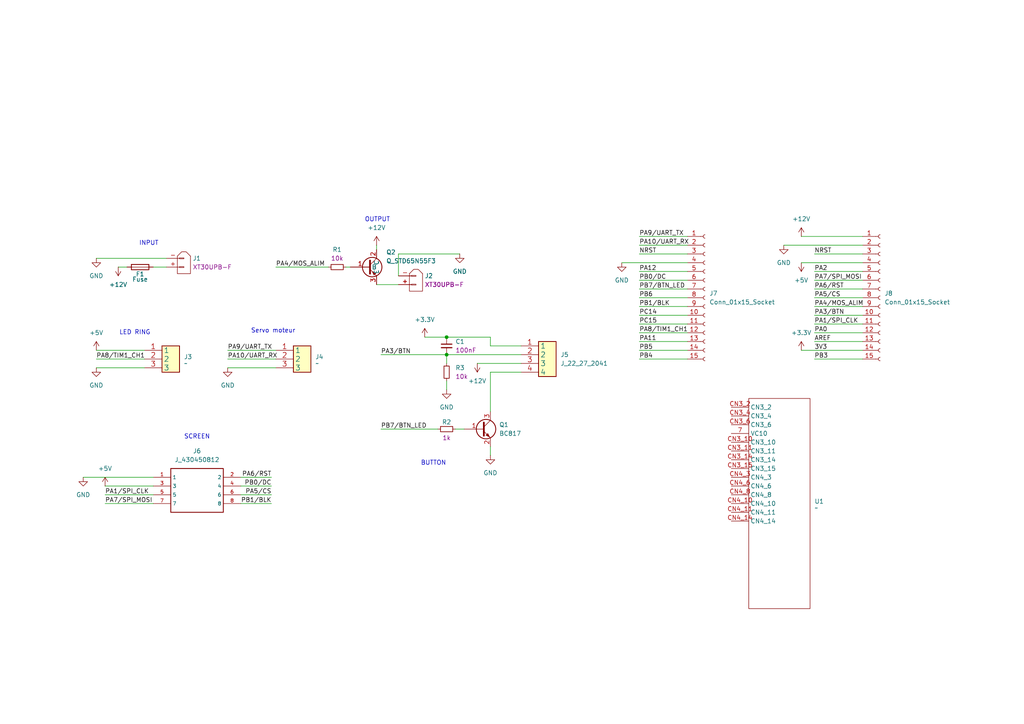
<source format=kicad_sch>
(kicad_sch
	(version 20231120)
	(generator "eeschema")
	(generator_version "8.0")
	(uuid "c4c23219-44e5-4d0e-82b1-ba85b0646947")
	(paper "A4")
	(lib_symbols
		(symbol ".gouach-lib:J_430450812"
			(exclude_from_sim no)
			(in_bom yes)
			(on_board yes)
			(property "Reference" "J"
				(at 0 0 0)
				(effects
					(font
						(size 1.27 1.27)
					)
				)
			)
			(property "Value" "J_430450812"
				(at 0 0 0)
				(effects
					(font
						(size 1.27 1.27)
					)
				)
			)
			(property "Footprint" "gouach-lib:J_430450812"
				(at 0 0 0)
				(effects
					(font
						(size 1.27 1.27)
					)
					(hide yes)
				)
			)
			(property "Datasheet" "https://www.molex.com/en-us/products/part-detail/430450812?display=pdf"
				(at 0 0 0)
				(effects
					(font
						(size 1.27 1.27)
					)
					(hide yes)
				)
			)
			(property "Description" ""
				(at 0 0 0)
				(effects
					(font
						(size 1.27 1.27)
					)
					(hide yes)
				)
			)
			(property "ki_keywords" "Embase vertical 8 pins"
				(at 0 0 0)
				(effects
					(font
						(size 1.27 1.27)
					)
					(hide yes)
				)
			)
			(symbol "J_430450812_0_0"
				(rectangle
					(start -7.62 6.35)
					(end 7.62 -6.35)
					(stroke
						(width 0.254)
						(type default)
					)
					(fill
						(type none)
					)
				)
			)
			(symbol "J_430450812_1_0"
				(pin passive line
					(at -12.7 3.81 0)
					(length 5.08)
					(name "1"
						(effects
							(font
								(size 1.016 1.016)
							)
						)
					)
					(number "1"
						(effects
							(font
								(size 1.016 1.016)
							)
						)
					)
				)
				(pin passive line
					(at 12.7 3.81 180)
					(length 5.08)
					(name "2"
						(effects
							(font
								(size 1.016 1.016)
							)
						)
					)
					(number "2"
						(effects
							(font
								(size 1.016 1.016)
							)
						)
					)
				)
				(pin passive line
					(at -12.7 1.27 0)
					(length 5.08)
					(name "3"
						(effects
							(font
								(size 1.016 1.016)
							)
						)
					)
					(number "3"
						(effects
							(font
								(size 1.016 1.016)
							)
						)
					)
				)
				(pin passive line
					(at 12.7 1.27 180)
					(length 5.08)
					(name "4"
						(effects
							(font
								(size 1.016 1.016)
							)
						)
					)
					(number "4"
						(effects
							(font
								(size 1.016 1.016)
							)
						)
					)
				)
				(pin passive line
					(at -12.7 -1.27 0)
					(length 5.08)
					(name "5"
						(effects
							(font
								(size 1.016 1.016)
							)
						)
					)
					(number "5"
						(effects
							(font
								(size 1.016 1.016)
							)
						)
					)
				)
				(pin passive line
					(at 12.7 -1.27 180)
					(length 5.08)
					(name "6"
						(effects
							(font
								(size 1.016 1.016)
							)
						)
					)
					(number "6"
						(effects
							(font
								(size 1.016 1.016)
							)
						)
					)
				)
				(pin passive line
					(at -12.7 -3.81 0)
					(length 5.08)
					(name "7"
						(effects
							(font
								(size 1.016 1.016)
							)
						)
					)
					(number "7"
						(effects
							(font
								(size 1.016 1.016)
							)
						)
					)
				)
				(pin passive line
					(at 12.7 -3.81 180)
					(length 5.08)
					(name "8"
						(effects
							(font
								(size 1.016 1.016)
							)
						)
					)
					(number "8"
						(effects
							(font
								(size 1.016 1.016)
							)
						)
					)
				)
			)
		)
		(symbol ".gouach-lib:Module_Nucleo-L432KC"
			(exclude_from_sim no)
			(in_bom yes)
			(on_board yes)
			(property "Reference" "U"
				(at -7.62 -2.286 0)
				(effects
					(font
						(size 1.27 1.27)
					)
				)
			)
			(property "Value" ""
				(at 0 0 0)
				(effects
					(font
						(size 1.27 1.27)
					)
				)
			)
			(property "Footprint" ".gouach-lib:MODULE_NUCLEO-L432KC"
				(at 0 0 0)
				(effects
					(font
						(size 1.27 1.27)
					)
					(hide yes)
				)
			)
			(property "Datasheet" ""
				(at 0 0 0)
				(effects
					(font
						(size 1.27 1.27)
					)
					(hide yes)
				)
			)
			(property "Description" ""
				(at 0 0 0)
				(effects
					(font
						(size 1.27 1.27)
					)
					(hide yes)
				)
			)
			(symbol "Module_Nucleo-L432KC_1_1"
				(polyline
					(pts
						(xy -8.89 25.4) (xy 8.89 25.4) (xy 8.89 -35.56) (xy -8.89 -35.56) (xy -8.89 25.4)
					)
					(stroke
						(width 0.1524)
						(type default)
					)
					(fill
						(type none)
					)
				)
				(pin passive line
					(at -13.97 15.24 0)
					(length 5.08)
					(name "VC10"
						(effects
							(font
								(size 1.27 1.27)
							)
						)
					)
					(number "7"
						(effects
							(font
								(size 1.27 1.27)
							)
						)
					)
				)
				(pin passive line
					(at -13.97 22.86 0)
					(length 5.08) hide
					(name "CN3_1"
						(effects
							(font
								(size 1.27 1.27)
							)
						)
					)
					(number "CN3_1"
						(effects
							(font
								(size 1.27 1.27)
							)
						)
					)
				)
				(pin passive line
					(at -13.97 12.7 0)
					(length 5.08)
					(name "CN3_10"
						(effects
							(font
								(size 1.27 1.27)
							)
						)
					)
					(number "CN3_10"
						(effects
							(font
								(size 1.27 1.27)
							)
						)
					)
				)
				(pin passive line
					(at -13.97 10.16 0)
					(length 5.08)
					(name "CN3_11"
						(effects
							(font
								(size 1.27 1.27)
							)
						)
					)
					(number "CN3_11"
						(effects
							(font
								(size 1.27 1.27)
							)
						)
					)
				)
				(pin passive line
					(at -13.97 10.16 0)
					(length 5.08) hide
					(name "CN3_12"
						(effects
							(font
								(size 1.27 1.27)
							)
						)
					)
					(number "CN3_12"
						(effects
							(font
								(size 1.27 1.27)
							)
						)
					)
				)
				(pin passive line
					(at -13.97 7.62 0)
					(length 5.08) hide
					(name "CN3_13"
						(effects
							(font
								(size 1.27 1.27)
							)
						)
					)
					(number "CN3_13"
						(effects
							(font
								(size 1.27 1.27)
							)
						)
					)
				)
				(pin passive line
					(at -13.97 7.62 0)
					(length 5.08)
					(name "CN3_14"
						(effects
							(font
								(size 1.27 1.27)
							)
						)
					)
					(number "CN3_14"
						(effects
							(font
								(size 1.27 1.27)
							)
						)
					)
				)
				(pin passive line
					(at -13.97 5.08 0)
					(length 5.08)
					(name "CN3_15"
						(effects
							(font
								(size 1.27 1.27)
							)
						)
					)
					(number "CN3_15"
						(effects
							(font
								(size 1.27 1.27)
							)
						)
					)
				)
				(pin passive line
					(at -13.97 22.86 0)
					(length 5.08)
					(name "CN3_2"
						(effects
							(font
								(size 1.27 1.27)
							)
						)
					)
					(number "CN3_2"
						(effects
							(font
								(size 1.27 1.27)
							)
						)
					)
				)
				(pin passive line
					(at -13.97 20.32 0)
					(length 5.08) hide
					(name "CN3_3"
						(effects
							(font
								(size 1.27 1.27)
							)
						)
					)
					(number "CN3_3"
						(effects
							(font
								(size 1.27 1.27)
							)
						)
					)
				)
				(pin passive line
					(at -13.97 20.32 0)
					(length 5.08)
					(name "CN3_4"
						(effects
							(font
								(size 1.27 1.27)
							)
						)
					)
					(number "CN3_4"
						(effects
							(font
								(size 1.27 1.27)
							)
						)
					)
				)
				(pin passive line
					(at -13.97 17.78 0)
					(length 5.08) hide
					(name "CN3_5"
						(effects
							(font
								(size 1.27 1.27)
							)
						)
					)
					(number "CN3_5"
						(effects
							(font
								(size 1.27 1.27)
							)
						)
					)
				)
				(pin passive line
					(at -13.97 17.78 0)
					(length 5.08)
					(name "CN3_6"
						(effects
							(font
								(size 1.27 1.27)
							)
						)
					)
					(number "CN3_6"
						(effects
							(font
								(size 1.27 1.27)
							)
						)
					)
				)
				(pin passive line
					(at -13.97 15.24 0)
					(length 5.08) hide
					(name "CN3_8"
						(effects
							(font
								(size 1.27 1.27)
							)
						)
					)
					(number "CN3_8"
						(effects
							(font
								(size 1.27 1.27)
							)
						)
					)
				)
				(pin passive line
					(at -13.97 12.7 0)
					(length 5.08) hide
					(name "CN3_9"
						(effects
							(font
								(size 1.27 1.27)
							)
						)
					)
					(number "CN3_9"
						(effects
							(font
								(size 1.27 1.27)
							)
						)
					)
				)
				(pin passive line
					(at -13.97 5.08 0)
					(length 5.08) hide
					(name "CN4_1"
						(effects
							(font
								(size 1.27 1.27)
							)
						)
					)
					(number "CN4_1"
						(effects
							(font
								(size 1.27 1.27)
							)
						)
					)
				)
				(pin passive line
					(at -13.97 -5.08 0)
					(length 5.08)
					(name "CN4_10"
						(effects
							(font
								(size 1.27 1.27)
							)
						)
					)
					(number "CN4_10"
						(effects
							(font
								(size 1.27 1.27)
							)
						)
					)
				)
				(pin passive line
					(at -13.97 -7.62 0)
					(length 5.08)
					(name "CN4_11"
						(effects
							(font
								(size 1.27 1.27)
							)
						)
					)
					(number "CN4_11"
						(effects
							(font
								(size 1.27 1.27)
							)
						)
					)
				)
				(pin passive line
					(at -13.97 -7.62 0)
					(length 5.08) hide
					(name "CN4_12"
						(effects
							(font
								(size 1.27 1.27)
							)
						)
					)
					(number "CN4_12"
						(effects
							(font
								(size 1.27 1.27)
							)
						)
					)
				)
				(pin passive line
					(at -13.97 -10.16 0)
					(length 5.08) hide
					(name "CN4_13"
						(effects
							(font
								(size 1.27 1.27)
							)
						)
					)
					(number "CN4_13"
						(effects
							(font
								(size 1.27 1.27)
							)
						)
					)
				)
				(pin passive line
					(at -13.97 -10.16 0)
					(length 5.08)
					(name "CN4_14"
						(effects
							(font
								(size 1.27 1.27)
							)
						)
					)
					(number "CN4_14"
						(effects
							(font
								(size 1.27 1.27)
							)
						)
					)
				)
				(pin passive line
					(at -13.97 -12.7 0)
					(length 5.08) hide
					(name "CN4_15"
						(effects
							(font
								(size 1.27 1.27)
							)
						)
					)
					(number "CN4_15"
						(effects
							(font
								(size 1.27 1.27)
							)
						)
					)
				)
				(pin passive line
					(at -13.97 2.54 0)
					(length 5.08) hide
					(name "CN4_2"
						(effects
							(font
								(size 1.27 1.27)
							)
						)
					)
					(number "CN4_2"
						(effects
							(font
								(size 1.27 1.27)
							)
						)
					)
				)
				(pin passive line
					(at -13.97 2.54 0)
					(length 5.08)
					(name "CN4_3"
						(effects
							(font
								(size 1.27 1.27)
							)
						)
					)
					(number "CN4_3"
						(effects
							(font
								(size 1.27 1.27)
							)
						)
					)
				)
				(pin passive line
					(at -13.97 0 0)
					(length 5.08) hide
					(name "CN4_5"
						(effects
							(font
								(size 1.27 1.27)
							)
						)
					)
					(number "CN4_5"
						(effects
							(font
								(size 1.27 1.27)
							)
						)
					)
				)
				(pin passive line
					(at -13.97 0 0)
					(length 5.08)
					(name "CN4_6"
						(effects
							(font
								(size 1.27 1.27)
							)
						)
					)
					(number "CN4_6"
						(effects
							(font
								(size 1.27 1.27)
							)
						)
					)
				)
				(pin passive line
					(at -13.97 -2.54 0)
					(length 5.08) hide
					(name "CN4_7"
						(effects
							(font
								(size 1.27 1.27)
							)
						)
					)
					(number "CN4_7"
						(effects
							(font
								(size 1.27 1.27)
							)
						)
					)
				)
				(pin passive line
					(at -13.97 -2.54 0)
					(length 5.08)
					(name "CN4_8"
						(effects
							(font
								(size 1.27 1.27)
							)
						)
					)
					(number "CN4_8"
						(effects
							(font
								(size 1.27 1.27)
							)
						)
					)
				)
				(pin passive line
					(at -13.97 -5.08 0)
					(length 5.08) hide
					(name "CN4_9"
						(effects
							(font
								(size 1.27 1.27)
							)
						)
					)
					(number "CN4_9"
						(effects
							(font
								(size 1.27 1.27)
							)
						)
					)
				)
			)
		)
		(symbol ".gouach-lib:R_0603_10k_1%_0.1W"
			(pin_numbers hide)
			(exclude_from_sim no)
			(in_bom yes)
			(on_board yes)
			(property "Reference" "R?"
				(at 1.27 0 0)
				(effects
					(font
						(size 1.27 1.27)
					)
					(justify left)
				)
			)
			(property "Value" "R_0603_10k_1%_0.1W"
				(at 16.51 16.51 0)
				(effects
					(font
						(size 1.27 1.27)
					)
					(justify left)
					(hide yes)
				)
			)
			(property "Footprint" ".gouach-lib:R_0603_1608Metric"
				(at 16.51 -0.635 0)
				(effects
					(font
						(size 1.27 1.27)
					)
					(justify left)
					(hide yes)
				)
			)
			(property "Datasheet" "http://127.0.0.1"
				(at 16.51 -15.875 0)
				(effects
					(font
						(size 1.27 1.27)
					)
					(justify left)
					(hide yes)
				)
			)
			(property "Description" "RES SMD 0603 10k 1% 0.1W"
				(at 0 0 0)
				(effects
					(font
						(size 1.27 1.27)
					)
					(hide yes)
				)
			)
			(property "DisplayValue" "10k"
				(at 1.27 1.905 0)
				(effects
					(font
						(size 1.27 1.27)
					)
					(justify left)
				)
			)
			(property "CMP_ID" "47"
				(at 16.51 14.605 0)
				(effects
					(font
						(size 1.27 1.27)
					)
					(justify left)
					(hide yes)
				)
			)
			(property "Category" "RESISTOR"
				(at 16.51 12.7 0)
				(effects
					(font
						(size 1.27 1.27)
					)
					(justify left)
					(hide yes)
				)
			)
			(property "Family" "THICK FILM"
				(at 16.51 10.795 0)
				(effects
					(font
						(size 1.27 1.27)
					)
					(justify left)
					(hide yes)
				)
			)
			(property "_Created" "GCE 2022-05-12"
				(at 16.51 8.89 0)
				(effects
					(font
						(size 1.27 1.27)
					)
					(justify left)
					(hide yes)
				)
			)
			(property "_Checked" "JCN 2022-05-18"
				(at 16.51 6.985 0)
				(effects
					(font
						(size 1.27 1.27)
					)
					(justify left)
					(hide yes)
				)
			)
			(property "_Confirmed" ""
				(at 16.51 5.08 0)
				(effects
					(font
						(size 1.27 1.27)
					)
					(justify left)
					(hide yes)
				)
			)
			(property "Mount" "SMD"
				(at 16.51 3.175 0)
				(effects
					(font
						(size 1.27 1.27)
					)
					(justify left)
					(hide yes)
				)
			)
			(property "Package" "R0603"
				(at 16.51 1.27 0)
				(effects
					(font
						(size 1.27 1.27)
					)
					(justify left)
					(hide yes)
				)
			)
			(property "PartStatus" ""
				(at 16.51 -0.635 0)
				(effects
					(font
						(size 1.27 1.27)
					)
					(justify left)
					(hide yes)
				)
			)
			(property "TempMin_C" "-55°C"
				(at 16.51 -2.54 0)
				(effects
					(font
						(size 1.27 1.27)
					)
					(justify left)
					(hide yes)
				)
			)
			(property "TempMax_C" "155°C"
				(at 16.51 -4.445 0)
				(effects
					(font
						(size 1.27 1.27)
					)
					(justify left)
					(hide yes)
				)
			)
			(property "Automotive" "Y"
				(at 16.51 -6.35 0)
				(effects
					(font
						(size 1.27 1.27)
					)
					(justify left)
					(hide yes)
				)
			)
			(property "MaxHeight_mm" "0.55mm"
				(at 16.51 -8.255 0)
				(effects
					(font
						(size 1.27 1.27)
					)
					(justify left)
					(hide yes)
				)
			)
			(property "Tolerance" "1%"
				(at 16.51 -13.97 0)
				(effects
					(font
						(size 1.27 1.27)
					)
					(justify left)
					(hide yes)
				)
			)
			(property "Power_W" "0.1W"
				(at 16.51 -10.16 0)
				(effects
					(font
						(size 1.27 1.27)
					)
					(justify left)
					(hide yes)
				)
			)
			(property "ki_keywords" "resistor "
				(at 0 0 0)
				(effects
					(font
						(size 1.27 1.27)
					)
					(hide yes)
				)
			)
			(property "ki_fp_filters" "*R*0603*"
				(at 0 0 0)
				(effects
					(font
						(size 1.27 1.27)
					)
					(hide yes)
				)
			)
			(symbol "R_0603_10k_1%_0.1W_0_1"
				(rectangle
					(start -0.762 1.778)
					(end 0.762 -1.778)
					(stroke
						(width 0.2032)
						(type default)
					)
					(fill
						(type none)
					)
				)
			)
			(symbol "R_0603_10k_1%_0.1W_1_1"
				(pin passive line
					(at 0 2.54 270)
					(length 0.762)
					(name "~"
						(effects
							(font
								(size 1.27 1.27)
							)
						)
					)
					(number "1"
						(effects
							(font
								(size 1.27 1.27)
							)
						)
					)
				)
				(pin passive line
					(at 0 -2.54 90)
					(length 0.762)
					(name "~"
						(effects
							(font
								(size 1.27 1.27)
							)
						)
					)
					(number "2"
						(effects
							(font
								(size 1.27 1.27)
							)
						)
					)
				)
			)
		)
		(symbol "Connector:Conn_01x15_Socket"
			(pin_names
				(offset 1.016) hide)
			(exclude_from_sim no)
			(in_bom yes)
			(on_board yes)
			(property "Reference" "J"
				(at 0 20.32 0)
				(effects
					(font
						(size 1.27 1.27)
					)
				)
			)
			(property "Value" "Conn_01x15_Socket"
				(at 0 -20.32 0)
				(effects
					(font
						(size 1.27 1.27)
					)
				)
			)
			(property "Footprint" ""
				(at 0 0 0)
				(effects
					(font
						(size 1.27 1.27)
					)
					(hide yes)
				)
			)
			(property "Datasheet" "~"
				(at 0 0 0)
				(effects
					(font
						(size 1.27 1.27)
					)
					(hide yes)
				)
			)
			(property "Description" "Generic connector, single row, 01x15, script generated"
				(at 0 0 0)
				(effects
					(font
						(size 1.27 1.27)
					)
					(hide yes)
				)
			)
			(property "ki_locked" ""
				(at 0 0 0)
				(effects
					(font
						(size 1.27 1.27)
					)
				)
			)
			(property "ki_keywords" "connector"
				(at 0 0 0)
				(effects
					(font
						(size 1.27 1.27)
					)
					(hide yes)
				)
			)
			(property "ki_fp_filters" "Connector*:*_1x??_*"
				(at 0 0 0)
				(effects
					(font
						(size 1.27 1.27)
					)
					(hide yes)
				)
			)
			(symbol "Conn_01x15_Socket_1_1"
				(arc
					(start 0 -17.272)
					(mid -0.5058 -17.78)
					(end 0 -18.288)
					(stroke
						(width 0.1524)
						(type default)
					)
					(fill
						(type none)
					)
				)
				(arc
					(start 0 -14.732)
					(mid -0.5058 -15.24)
					(end 0 -15.748)
					(stroke
						(width 0.1524)
						(type default)
					)
					(fill
						(type none)
					)
				)
				(arc
					(start 0 -12.192)
					(mid -0.5058 -12.7)
					(end 0 -13.208)
					(stroke
						(width 0.1524)
						(type default)
					)
					(fill
						(type none)
					)
				)
				(arc
					(start 0 -9.652)
					(mid -0.5058 -10.16)
					(end 0 -10.668)
					(stroke
						(width 0.1524)
						(type default)
					)
					(fill
						(type none)
					)
				)
				(arc
					(start 0 -7.112)
					(mid -0.5058 -7.62)
					(end 0 -8.128)
					(stroke
						(width 0.1524)
						(type default)
					)
					(fill
						(type none)
					)
				)
				(arc
					(start 0 -4.572)
					(mid -0.5058 -5.08)
					(end 0 -5.588)
					(stroke
						(width 0.1524)
						(type default)
					)
					(fill
						(type none)
					)
				)
				(arc
					(start 0 -2.032)
					(mid -0.5058 -2.54)
					(end 0 -3.048)
					(stroke
						(width 0.1524)
						(type default)
					)
					(fill
						(type none)
					)
				)
				(polyline
					(pts
						(xy -1.27 -17.78) (xy -0.508 -17.78)
					)
					(stroke
						(width 0.1524)
						(type default)
					)
					(fill
						(type none)
					)
				)
				(polyline
					(pts
						(xy -1.27 -15.24) (xy -0.508 -15.24)
					)
					(stroke
						(width 0.1524)
						(type default)
					)
					(fill
						(type none)
					)
				)
				(polyline
					(pts
						(xy -1.27 -12.7) (xy -0.508 -12.7)
					)
					(stroke
						(width 0.1524)
						(type default)
					)
					(fill
						(type none)
					)
				)
				(polyline
					(pts
						(xy -1.27 -10.16) (xy -0.508 -10.16)
					)
					(stroke
						(width 0.1524)
						(type default)
					)
					(fill
						(type none)
					)
				)
				(polyline
					(pts
						(xy -1.27 -7.62) (xy -0.508 -7.62)
					)
					(stroke
						(width 0.1524)
						(type default)
					)
					(fill
						(type none)
					)
				)
				(polyline
					(pts
						(xy -1.27 -5.08) (xy -0.508 -5.08)
					)
					(stroke
						(width 0.1524)
						(type default)
					)
					(fill
						(type none)
					)
				)
				(polyline
					(pts
						(xy -1.27 -2.54) (xy -0.508 -2.54)
					)
					(stroke
						(width 0.1524)
						(type default)
					)
					(fill
						(type none)
					)
				)
				(polyline
					(pts
						(xy -1.27 0) (xy -0.508 0)
					)
					(stroke
						(width 0.1524)
						(type default)
					)
					(fill
						(type none)
					)
				)
				(polyline
					(pts
						(xy -1.27 2.54) (xy -0.508 2.54)
					)
					(stroke
						(width 0.1524)
						(type default)
					)
					(fill
						(type none)
					)
				)
				(polyline
					(pts
						(xy -1.27 5.08) (xy -0.508 5.08)
					)
					(stroke
						(width 0.1524)
						(type default)
					)
					(fill
						(type none)
					)
				)
				(polyline
					(pts
						(xy -1.27 7.62) (xy -0.508 7.62)
					)
					(stroke
						(width 0.1524)
						(type default)
					)
					(fill
						(type none)
					)
				)
				(polyline
					(pts
						(xy -1.27 10.16) (xy -0.508 10.16)
					)
					(stroke
						(width 0.1524)
						(type default)
					)
					(fill
						(type none)
					)
				)
				(polyline
					(pts
						(xy -1.27 12.7) (xy -0.508 12.7)
					)
					(stroke
						(width 0.1524)
						(type default)
					)
					(fill
						(type none)
					)
				)
				(polyline
					(pts
						(xy -1.27 15.24) (xy -0.508 15.24)
					)
					(stroke
						(width 0.1524)
						(type default)
					)
					(fill
						(type none)
					)
				)
				(polyline
					(pts
						(xy -1.27 17.78) (xy -0.508 17.78)
					)
					(stroke
						(width 0.1524)
						(type default)
					)
					(fill
						(type none)
					)
				)
				(arc
					(start 0 0.508)
					(mid -0.5058 0)
					(end 0 -0.508)
					(stroke
						(width 0.1524)
						(type default)
					)
					(fill
						(type none)
					)
				)
				(arc
					(start 0 3.048)
					(mid -0.5058 2.54)
					(end 0 2.032)
					(stroke
						(width 0.1524)
						(type default)
					)
					(fill
						(type none)
					)
				)
				(arc
					(start 0 5.588)
					(mid -0.5058 5.08)
					(end 0 4.572)
					(stroke
						(width 0.1524)
						(type default)
					)
					(fill
						(type none)
					)
				)
				(arc
					(start 0 8.128)
					(mid -0.5058 7.62)
					(end 0 7.112)
					(stroke
						(width 0.1524)
						(type default)
					)
					(fill
						(type none)
					)
				)
				(arc
					(start 0 10.668)
					(mid -0.5058 10.16)
					(end 0 9.652)
					(stroke
						(width 0.1524)
						(type default)
					)
					(fill
						(type none)
					)
				)
				(arc
					(start 0 13.208)
					(mid -0.5058 12.7)
					(end 0 12.192)
					(stroke
						(width 0.1524)
						(type default)
					)
					(fill
						(type none)
					)
				)
				(arc
					(start 0 15.748)
					(mid -0.5058 15.24)
					(end 0 14.732)
					(stroke
						(width 0.1524)
						(type default)
					)
					(fill
						(type none)
					)
				)
				(arc
					(start 0 18.288)
					(mid -0.5058 17.78)
					(end 0 17.272)
					(stroke
						(width 0.1524)
						(type default)
					)
					(fill
						(type none)
					)
				)
				(pin passive line
					(at -5.08 17.78 0)
					(length 3.81)
					(name "Pin_1"
						(effects
							(font
								(size 1.27 1.27)
							)
						)
					)
					(number "1"
						(effects
							(font
								(size 1.27 1.27)
							)
						)
					)
				)
				(pin passive line
					(at -5.08 -5.08 0)
					(length 3.81)
					(name "Pin_10"
						(effects
							(font
								(size 1.27 1.27)
							)
						)
					)
					(number "10"
						(effects
							(font
								(size 1.27 1.27)
							)
						)
					)
				)
				(pin passive line
					(at -5.08 -7.62 0)
					(length 3.81)
					(name "Pin_11"
						(effects
							(font
								(size 1.27 1.27)
							)
						)
					)
					(number "11"
						(effects
							(font
								(size 1.27 1.27)
							)
						)
					)
				)
				(pin passive line
					(at -5.08 -10.16 0)
					(length 3.81)
					(name "Pin_12"
						(effects
							(font
								(size 1.27 1.27)
							)
						)
					)
					(number "12"
						(effects
							(font
								(size 1.27 1.27)
							)
						)
					)
				)
				(pin passive line
					(at -5.08 -12.7 0)
					(length 3.81)
					(name "Pin_13"
						(effects
							(font
								(size 1.27 1.27)
							)
						)
					)
					(number "13"
						(effects
							(font
								(size 1.27 1.27)
							)
						)
					)
				)
				(pin passive line
					(at -5.08 -15.24 0)
					(length 3.81)
					(name "Pin_14"
						(effects
							(font
								(size 1.27 1.27)
							)
						)
					)
					(number "14"
						(effects
							(font
								(size 1.27 1.27)
							)
						)
					)
				)
				(pin passive line
					(at -5.08 -17.78 0)
					(length 3.81)
					(name "Pin_15"
						(effects
							(font
								(size 1.27 1.27)
							)
						)
					)
					(number "15"
						(effects
							(font
								(size 1.27 1.27)
							)
						)
					)
				)
				(pin passive line
					(at -5.08 15.24 0)
					(length 3.81)
					(name "Pin_2"
						(effects
							(font
								(size 1.27 1.27)
							)
						)
					)
					(number "2"
						(effects
							(font
								(size 1.27 1.27)
							)
						)
					)
				)
				(pin passive line
					(at -5.08 12.7 0)
					(length 3.81)
					(name "Pin_3"
						(effects
							(font
								(size 1.27 1.27)
							)
						)
					)
					(number "3"
						(effects
							(font
								(size 1.27 1.27)
							)
						)
					)
				)
				(pin passive line
					(at -5.08 10.16 0)
					(length 3.81)
					(name "Pin_4"
						(effects
							(font
								(size 1.27 1.27)
							)
						)
					)
					(number "4"
						(effects
							(font
								(size 1.27 1.27)
							)
						)
					)
				)
				(pin passive line
					(at -5.08 7.62 0)
					(length 3.81)
					(name "Pin_5"
						(effects
							(font
								(size 1.27 1.27)
							)
						)
					)
					(number "5"
						(effects
							(font
								(size 1.27 1.27)
							)
						)
					)
				)
				(pin passive line
					(at -5.08 5.08 0)
					(length 3.81)
					(name "Pin_6"
						(effects
							(font
								(size 1.27 1.27)
							)
						)
					)
					(number "6"
						(effects
							(font
								(size 1.27 1.27)
							)
						)
					)
				)
				(pin passive line
					(at -5.08 2.54 0)
					(length 3.81)
					(name "Pin_7"
						(effects
							(font
								(size 1.27 1.27)
							)
						)
					)
					(number "7"
						(effects
							(font
								(size 1.27 1.27)
							)
						)
					)
				)
				(pin passive line
					(at -5.08 0 0)
					(length 3.81)
					(name "Pin_8"
						(effects
							(font
								(size 1.27 1.27)
							)
						)
					)
					(number "8"
						(effects
							(font
								(size 1.27 1.27)
							)
						)
					)
				)
				(pin passive line
					(at -5.08 -2.54 0)
					(length 3.81)
					(name "Pin_9"
						(effects
							(font
								(size 1.27 1.27)
							)
						)
					)
					(number "9"
						(effects
							(font
								(size 1.27 1.27)
							)
						)
					)
				)
			)
		)
		(symbol "Device:Fuse"
			(pin_numbers hide)
			(pin_names
				(offset 0)
			)
			(exclude_from_sim no)
			(in_bom yes)
			(on_board yes)
			(property "Reference" "F"
				(at 2.032 0 90)
				(effects
					(font
						(size 1.27 1.27)
					)
				)
			)
			(property "Value" "Fuse"
				(at -1.905 0 90)
				(effects
					(font
						(size 1.27 1.27)
					)
				)
			)
			(property "Footprint" ""
				(at -1.778 0 90)
				(effects
					(font
						(size 1.27 1.27)
					)
					(hide yes)
				)
			)
			(property "Datasheet" "~"
				(at 0 0 0)
				(effects
					(font
						(size 1.27 1.27)
					)
					(hide yes)
				)
			)
			(property "Description" "Fuse"
				(at 0 0 0)
				(effects
					(font
						(size 1.27 1.27)
					)
					(hide yes)
				)
			)
			(property "ki_keywords" "fuse"
				(at 0 0 0)
				(effects
					(font
						(size 1.27 1.27)
					)
					(hide yes)
				)
			)
			(property "ki_fp_filters" "*Fuse*"
				(at 0 0 0)
				(effects
					(font
						(size 1.27 1.27)
					)
					(hide yes)
				)
			)
			(symbol "Fuse_0_1"
				(rectangle
					(start -0.762 -2.54)
					(end 0.762 2.54)
					(stroke
						(width 0.254)
						(type default)
					)
					(fill
						(type none)
					)
				)
				(polyline
					(pts
						(xy 0 2.54) (xy 0 -2.54)
					)
					(stroke
						(width 0)
						(type default)
					)
					(fill
						(type none)
					)
				)
			)
			(symbol "Fuse_1_1"
				(pin passive line
					(at 0 3.81 270)
					(length 1.27)
					(name "~"
						(effects
							(font
								(size 1.27 1.27)
							)
						)
					)
					(number "1"
						(effects
							(font
								(size 1.27 1.27)
							)
						)
					)
				)
				(pin passive line
					(at 0 -3.81 90)
					(length 1.27)
					(name "~"
						(effects
							(font
								(size 1.27 1.27)
							)
						)
					)
					(number "2"
						(effects
							(font
								(size 1.27 1.27)
							)
						)
					)
				)
			)
		)
		(symbol "Transistor_BJT:BC817"
			(pin_names
				(offset 0) hide)
			(exclude_from_sim no)
			(in_bom yes)
			(on_board yes)
			(property "Reference" "Q"
				(at 5.08 1.905 0)
				(effects
					(font
						(size 1.27 1.27)
					)
					(justify left)
				)
			)
			(property "Value" "BC817"
				(at 5.08 0 0)
				(effects
					(font
						(size 1.27 1.27)
					)
					(justify left)
				)
			)
			(property "Footprint" "Package_TO_SOT_SMD:SOT-23"
				(at 5.08 -1.905 0)
				(effects
					(font
						(size 1.27 1.27)
						(italic yes)
					)
					(justify left)
					(hide yes)
				)
			)
			(property "Datasheet" "https://www.onsemi.com/pub/Collateral/BC818-D.pdf"
				(at 0 0 0)
				(effects
					(font
						(size 1.27 1.27)
					)
					(justify left)
					(hide yes)
				)
			)
			(property "Description" "0.8A Ic, 45V Vce, NPN Transistor, SOT-23"
				(at 0 0 0)
				(effects
					(font
						(size 1.27 1.27)
					)
					(hide yes)
				)
			)
			(property "ki_keywords" "NPN Transistor"
				(at 0 0 0)
				(effects
					(font
						(size 1.27 1.27)
					)
					(hide yes)
				)
			)
			(property "ki_fp_filters" "SOT?23*"
				(at 0 0 0)
				(effects
					(font
						(size 1.27 1.27)
					)
					(hide yes)
				)
			)
			(symbol "BC817_0_1"
				(polyline
					(pts
						(xy 0.635 0.635) (xy 2.54 2.54)
					)
					(stroke
						(width 0)
						(type default)
					)
					(fill
						(type none)
					)
				)
				(polyline
					(pts
						(xy 0.635 -0.635) (xy 2.54 -2.54) (xy 2.54 -2.54)
					)
					(stroke
						(width 0)
						(type default)
					)
					(fill
						(type none)
					)
				)
				(polyline
					(pts
						(xy 0.635 1.905) (xy 0.635 -1.905) (xy 0.635 -1.905)
					)
					(stroke
						(width 0.508)
						(type default)
					)
					(fill
						(type none)
					)
				)
				(polyline
					(pts
						(xy 1.27 -1.778) (xy 1.778 -1.27) (xy 2.286 -2.286) (xy 1.27 -1.778) (xy 1.27 -1.778)
					)
					(stroke
						(width 0)
						(type default)
					)
					(fill
						(type outline)
					)
				)
				(circle
					(center 1.27 0)
					(radius 2.8194)
					(stroke
						(width 0.254)
						(type default)
					)
					(fill
						(type none)
					)
				)
			)
			(symbol "BC817_1_1"
				(pin input line
					(at -5.08 0 0)
					(length 5.715)
					(name "B"
						(effects
							(font
								(size 1.27 1.27)
							)
						)
					)
					(number "1"
						(effects
							(font
								(size 1.27 1.27)
							)
						)
					)
				)
				(pin passive line
					(at 2.54 -5.08 90)
					(length 2.54)
					(name "E"
						(effects
							(font
								(size 1.27 1.27)
							)
						)
					)
					(number "2"
						(effects
							(font
								(size 1.27 1.27)
							)
						)
					)
				)
				(pin passive line
					(at 2.54 5.08 270)
					(length 2.54)
					(name "C"
						(effects
							(font
								(size 1.27 1.27)
							)
						)
					)
					(number "3"
						(effects
							(font
								(size 1.27 1.27)
							)
						)
					)
				)
			)
		)
		(symbol "gouach-lib:C_0603_100nF_100V_X7R_10%"
			(pin_numbers hide)
			(exclude_from_sim no)
			(in_bom yes)
			(on_board yes)
			(property "Reference" "C?"
				(at 1.905 0 0)
				(effects
					(font
						(size 1.27 1.27)
					)
					(justify left)
				)
			)
			(property "Value" "C_0603_100nF_100V_X7R_10%"
				(at 16.51 16.51 0)
				(effects
					(font
						(size 1.27 1.27)
					)
					(justify left)
					(hide yes)
				)
			)
			(property "Footprint" ".gouach-lib:C_0603_1608Metric"
				(at 16.51 3.048 0)
				(effects
					(font
						(size 1.27 1.27)
					)
					(justify left)
					(hide yes)
				)
			)
			(property "Datasheet" "http://127.0.0.1"
				(at 16.51 4.953 0)
				(effects
					(font
						(size 1.27 1.27)
					)
					(justify left)
					(hide yes)
				)
			)
			(property "Description" "CAP SMD 0603 100nF 100V X7R 10%"
				(at 0 0 0)
				(effects
					(font
						(size 1.27 1.27)
					)
					(hide yes)
				)
			)
			(property "DisplayValue" "100nF"
				(at 1.905 1.905 0)
				(effects
					(font
						(size 1.27 1.27)
					)
					(justify left)
				)
			)
			(property "CMP_ID" "11"
				(at 16.51 14.605 0)
				(effects
					(font
						(size 1.27 1.27)
					)
					(justify left)
					(hide yes)
				)
			)
			(property "Category" "CAPACITOR"
				(at 16.51 12.7 0)
				(effects
					(font
						(size 1.27 1.27)
					)
					(justify left)
					(hide yes)
				)
			)
			(property "Family" "MLCC"
				(at 16.51 10.795 0)
				(effects
					(font
						(size 1.27 1.27)
					)
					(justify left)
					(hide yes)
				)
			)
			(property "_Created" "LTT 2022-05-11"
				(at 16.51 8.89 0)
				(effects
					(font
						(size 1.27 1.27)
					)
					(justify left)
					(hide yes)
				)
			)
			(property "_Checked" "MAR 2022-05-18"
				(at 16.51 6.985 0)
				(effects
					(font
						(size 1.27 1.27)
					)
					(justify left)
					(hide yes)
				)
			)
			(property "_Confirmed" ""
				(at 16.51 5.08 0)
				(effects
					(font
						(size 1.27 1.27)
					)
					(justify left)
					(hide yes)
				)
			)
			(property "Mount" "SMD"
				(at 16.51 1.143 0)
				(effects
					(font
						(size 1.27 1.27)
					)
					(justify left)
					(hide yes)
				)
			)
			(property "Package" "C0603"
				(at 16.51 -0.762 0)
				(effects
					(font
						(size 1.27 1.27)
					)
					(justify left)
					(hide yes)
				)
			)
			(property "PartStatus" ""
				(at 16.51 -0.635 0)
				(effects
					(font
						(size 1.27 1.27)
					)
					(justify left)
					(hide yes)
				)
			)
			(property "TempMin_C" "-55°C"
				(at 16.51 -2.54 0)
				(effects
					(font
						(size 1.27 1.27)
					)
					(justify left)
					(hide yes)
				)
			)
			(property "TempMax_C" "125°C"
				(at 16.51 -4.445 0)
				(effects
					(font
						(size 1.27 1.27)
					)
					(justify left)
					(hide yes)
				)
			)
			(property "Automotive" "N"
				(at 16.51 -6.35 0)
				(effects
					(font
						(size 1.27 1.27)
					)
					(justify left)
					(hide yes)
				)
			)
			(property "MaxHeight_mm" "0.8mm"
				(at 16.51 -8.255 0)
				(effects
					(font
						(size 1.27 1.27)
					)
					(justify left)
					(hide yes)
				)
			)
			(property "Voltage" "100V"
				(at 16.51 -10.16 0)
				(effects
					(font
						(size 1.27 1.27)
					)
					(justify left)
					(hide yes)
				)
			)
			(property "Dielectric" "X7R"
				(at 16.51 -12.065 0)
				(effects
					(font
						(size 1.27 1.27)
					)
					(justify left)
					(hide yes)
				)
			)
			(property "Tolerance" "10%"
				(at 16.51 -13.97 0)
				(effects
					(font
						(size 1.27 1.27)
					)
					(justify left)
					(hide yes)
				)
			)
			(property "ki_keywords" "capacitor mlcc ceramic"
				(at 0 0 0)
				(effects
					(font
						(size 1.27 1.27)
					)
					(hide yes)
				)
			)
			(property "ki_fp_filters" "*C?0603*"
				(at 0 0 0)
				(effects
					(font
						(size 1.27 1.27)
					)
					(hide yes)
				)
			)
			(symbol "C_0603_100nF_100V_X7R_10%_0_1"
				(polyline
					(pts
						(xy -1.524 -0.508) (xy 1.524 -0.508)
					)
					(stroke
						(width 0.3302)
						(type default)
					)
					(fill
						(type none)
					)
				)
				(polyline
					(pts
						(xy -1.524 0.508) (xy 1.524 0.508)
					)
					(stroke
						(width 0.3048)
						(type default)
					)
					(fill
						(type none)
					)
				)
			)
			(symbol "C_0603_100nF_100V_X7R_10%_1_1"
				(pin passive line
					(at 0 2.54 270)
					(length 2.032)
					(name "~"
						(effects
							(font
								(size 1.27 1.27)
							)
						)
					)
					(number "1"
						(effects
							(font
								(size 1.27 1.27)
							)
						)
					)
				)
				(pin passive line
					(at 0 -2.54 90)
					(length 2.032)
					(name "~"
						(effects
							(font
								(size 1.27 1.27)
							)
						)
					)
					(number "2"
						(effects
							(font
								(size 1.27 1.27)
							)
						)
					)
				)
			)
		)
		(symbol "gouach-lib:J_22-27-2031"
			(exclude_from_sim no)
			(in_bom yes)
			(on_board yes)
			(property "Reference" "J"
				(at 0 5.08 0)
				(effects
					(font
						(size 1.27 1.27)
					)
				)
			)
			(property "Value" ""
				(at 0 0 0)
				(effects
					(font
						(size 1.27 1.27)
					)
				)
			)
			(property "Footprint" "gouach-lib:J_22-27-2031"
				(at -0.254 -5.588 0)
				(effects
					(font
						(size 1.27 1.27)
					)
					(hide yes)
				)
			)
			(property "Datasheet" "https://www.molex.com/en-us/products/part-detail/22272031?display=pdf"
				(at -0.254 -7.62 0)
				(effects
					(font
						(size 1.27 1.27)
					)
					(hide yes)
				)
			)
			(property "Description" ""
				(at 0 0 0)
				(effects
					(font
						(size 1.27 1.27)
					)
					(hide yes)
				)
			)
			(property "ki_keywords" "Conn_3_Molex"
				(at 0 0 0)
				(effects
					(font
						(size 1.27 1.27)
					)
					(hide yes)
				)
			)
			(symbol "J_22-27-2031_0_1"
				(rectangle
					(start -2.54 3.81)
					(end 2.54 -3.81)
					(stroke
						(width 0.254)
						(type default)
					)
					(fill
						(type background)
					)
				)
			)
			(symbol "J_22-27-2031_1_1"
				(pin passive line
					(at -7.62 2.54 0)
					(length 5.08)
					(name "1"
						(effects
							(font
								(size 1.4986 1.4986)
							)
						)
					)
					(number "1"
						(effects
							(font
								(size 1.4986 1.4986)
							)
						)
					)
				)
				(pin passive line
					(at -7.62 0 0)
					(length 5.08)
					(name "2"
						(effects
							(font
								(size 1.4986 1.4986)
							)
						)
					)
					(number "2"
						(effects
							(font
								(size 1.4986 1.4986)
							)
						)
					)
				)
				(pin passive line
					(at -7.62 -2.54 0)
					(length 5.08)
					(name "3"
						(effects
							(font
								(size 1.4986 1.4986)
							)
						)
					)
					(number "3"
						(effects
							(font
								(size 1.4986 1.4986)
							)
						)
					)
				)
			)
		)
		(symbol "gouach-lib:J_22_27_2041"
			(exclude_from_sim no)
			(in_bom yes)
			(on_board yes)
			(property "Reference" "J"
				(at 0 2.032 0)
				(effects
					(font
						(size 1.27 1.27)
					)
				)
			)
			(property "Value" "J_22_27_2041"
				(at -0.254 -7.62 0)
				(effects
					(font
						(size 1.27 1.27)
					)
				)
			)
			(property "Footprint" "J_22_27_2041"
				(at -0.254 -7.62 0)
				(effects
					(font
						(size 1.27 1.27)
					)
					(hide yes)
				)
			)
			(property "Datasheet" "https://www.molex.com/en-us/products/part-detail/22272041?display=pdf"
				(at 0.254 -10.668 0)
				(effects
					(font
						(size 1.27 1.27)
					)
					(hide yes)
				)
			)
			(property "Description" ""
				(at 0 0 0)
				(effects
					(font
						(size 1.27 1.27)
					)
					(hide yes)
				)
			)
			(symbol "J_22_27_2041_0_1"
				(rectangle
					(start -2.54 5.08)
					(end 2.54 -5.08)
					(stroke
						(width 0.254)
						(type default)
					)
					(fill
						(type background)
					)
				)
			)
			(symbol "J_22_27_2041_1_1"
				(pin passive line
					(at -7.62 3.81 0)
					(length 5.08)
					(name "1"
						(effects
							(font
								(size 1.4986 1.4986)
							)
						)
					)
					(number "1"
						(effects
							(font
								(size 1.4986 1.4986)
							)
						)
					)
				)
				(pin passive line
					(at -7.62 1.27 0)
					(length 5.08)
					(name "2"
						(effects
							(font
								(size 1.4986 1.4986)
							)
						)
					)
					(number "2"
						(effects
							(font
								(size 1.4986 1.4986)
							)
						)
					)
				)
				(pin passive line
					(at -7.62 -1.27 0)
					(length 5.08)
					(name "3"
						(effects
							(font
								(size 1.4986 1.4986)
							)
						)
					)
					(number "3"
						(effects
							(font
								(size 1.4986 1.4986)
							)
						)
					)
				)
				(pin passive line
					(at -7.62 -3.81 0)
					(length 5.08)
					(name "4"
						(effects
							(font
								(size 1.4986 1.4986)
							)
						)
					)
					(number "4"
						(effects
							(font
								(size 1.4986 1.4986)
							)
						)
					)
				)
			)
		)
		(symbol "gouach-lib:J_XT30UPB-F"
			(pin_names hide)
			(exclude_from_sim no)
			(in_bom yes)
			(on_board yes)
			(property "Reference" "J84"
				(at 2.54 1.2701 0)
				(effects
					(font
						(size 1.27 1.27)
					)
					(justify left)
				)
			)
			(property "Value" "J_XT30UPB-F"
				(at 40.64 12.7 0)
				(effects
					(font
						(size 1.27 1.27)
					)
					(justify left)
					(hide yes)
				)
			)
			(property "Footprint" ".gouach-lib:J_XT30PB-F"
				(at 40.64 10.795 0)
				(effects
					(font
						(size 1.27 1.27)
					)
					(justify left)
					(hide yes)
				)
			)
			(property "Datasheet" "https://www.tme.eu/Document/4acc913878197f8c2e30d4b8cdc47230/XT30UPB%20SPEC.pdf"
				(at 40.64 8.89 0)
				(effects
					(font
						(size 1.27 1.27)
					)
					(justify left)
					(hide yes)
				)
			)
			(property "Description" "CONNECTOR XT30 Female"
				(at 0 0 0)
				(effects
					(font
						(size 1.27 1.27)
					)
					(hide yes)
				)
			)
			(property "Manufacturer" "AMASS"
				(at 40.64 6.985 0)
				(effects
					(font
						(size 1.27 1.27)
					)
					(justify left)
					(hide yes)
				)
			)
			(property "MPN" "XT30UPB-F"
				(at 40.64 5.08 0)
				(effects
					(font
						(size 1.27 1.27)
					)
					(justify left)
					(hide yes)
				)
			)
			(property "DisplayValue" "XT30UPB-F"
				(at 2.54 -1.2699 0)
				(effects
					(font
						(size 1.27 1.27)
					)
					(justify left)
				)
			)
			(property "CMP_ID" "103"
				(at 40.64 3.175 0)
				(effects
					(font
						(size 1.27 1.27)
					)
					(justify left)
					(hide yes)
				)
			)
			(property "Category" "CONNECTOR"
				(at 40.64 1.27 0)
				(effects
					(font
						(size 1.27 1.27)
					)
					(justify left)
					(hide yes)
				)
			)
			(property "Family" "XT"
				(at 40.64 -0.635 0)
				(effects
					(font
						(size 1.27 1.27)
					)
					(justify left)
					(hide yes)
				)
			)
			(property "_Created" "GCE 2022-06-13"
				(at 40.64 -2.54 0)
				(effects
					(font
						(size 1.27 1.27)
					)
					(justify left)
					(hide yes)
				)
			)
			(property "_Checked" ""
				(at 40.64 -4.445 0)
				(effects
					(font
						(size 1.27 1.27)
					)
					(justify left)
					(hide yes)
				)
			)
			(property "_Confirmed" ""
				(at 40.64 -6.35 0)
				(effects
					(font
						(size 1.27 1.27)
					)
					(justify left)
					(hide yes)
				)
			)
			(property "Mount" "THT"
				(at 40.64 -8.255 0)
				(effects
					(font
						(size 1.27 1.27)
					)
					(justify left)
					(hide yes)
				)
			)
			(property "Package" ""
				(at 40.64 -10.16 0)
				(effects
					(font
						(size 1.27 1.27)
					)
					(justify left)
					(hide yes)
				)
			)
			(property "PartStatus" ""
				(at 40.64 -12.065 0)
				(effects
					(font
						(size 1.27 1.27)
					)
					(justify left)
					(hide yes)
				)
			)
			(property "TempMin_C" "-20°C"
				(at 40.64 -13.97 0)
				(effects
					(font
						(size 1.27 1.27)
					)
					(justify left)
					(hide yes)
				)
			)
			(property "TempMax_C" "120°C"
				(at 40.64 -15.875 0)
				(effects
					(font
						(size 1.27 1.27)
					)
					(justify left)
					(hide yes)
				)
			)
			(property "Automotive" "N"
				(at 40.64 -17.78 0)
				(effects
					(font
						(size 1.27 1.27)
					)
					(justify left)
					(hide yes)
				)
			)
			(property "MaxHeight_mm" "11.4"
				(at 40.64 -19.685 0)
				(effects
					(font
						(size 1.27 1.27)
					)
					(justify left)
					(hide yes)
				)
			)
			(property "ki_keywords" "XT30UPB-F_Vertical CONNECTOR"
				(at 0 0 0)
				(effects
					(font
						(size 1.27 1.27)
					)
					(hide yes)
				)
			)
			(property "ki_fp_filters" "*"
				(at 0 0 0)
				(effects
					(font
						(size 1.27 1.27)
					)
					(hide yes)
				)
			)
			(symbol "J_XT30UPB-F_0_1"
				(polyline
					(pts
						(xy -1.905 1.905) (xy -0.635 3.175) (xy 0.635 3.175) (xy 1.905 1.905)
					)
					(stroke
						(width 0)
						(type default)
					)
					(fill
						(type none)
					)
				)
				(polyline
					(pts
						(xy 1.905 1.905) (xy 1.905 -3.175) (xy -1.905 -3.175) (xy -1.905 1.905)
					)
					(stroke
						(width 0)
						(type default)
					)
					(fill
						(type none)
					)
				)
			)
			(symbol "J_XT30UPB-F_1_1"
				(rectangle
					(start -1.27 -1.143)
					(end 0 -1.397)
					(stroke
						(width 0.1524)
						(type default)
					)
					(fill
						(type none)
					)
				)
				(rectangle
					(start -1.27 1.397)
					(end 0 1.143)
					(stroke
						(width 0.1524)
						(type default)
					)
					(fill
						(type none)
					)
				)
				(pin passive line
					(at -5.08 -1.27 0)
					(length 3.81)
					(name "+"
						(effects
							(font
								(size 1.27 1.27)
							)
						)
					)
					(number "+"
						(effects
							(font
								(size 1.27 1.27)
							)
						)
					)
				)
				(pin passive line
					(at -5.08 1.27 0)
					(length 3.81)
					(name "-"
						(effects
							(font
								(size 1.27 1.27)
							)
						)
					)
					(number "-"
						(effects
							(font
								(size 1.27 1.27)
							)
						)
					)
				)
			)
		)
		(symbol "gouach-lib:Q_STD65N55F3"
			(exclude_from_sim no)
			(in_bom yes)
			(on_board yes)
			(property "Reference" "Q"
				(at -6.604 10.16 0)
				(effects
					(font
						(size 1.27 1.27)
					)
				)
			)
			(property "Value" "Q_STD65N55F3"
				(at 0 0 0)
				(effects
					(font
						(size 1.27 1.27)
					)
				)
			)
			(property "Footprint" "gouach-lib:TO_252_3_TabPin3_STripFET"
				(at -0.254 -6.858 0)
				(effects
					(font
						(size 1.27 1.27)
					)
					(hide yes)
				)
			)
			(property "Datasheet" "https://www.mouser.fr/datasheet/2/389/std65n55f3-1850609.pdf"
				(at 0.762 -11.43 0)
				(effects
					(font
						(size 1.27 1.27)
					)
					(hide yes)
				)
			)
			(property "Description" ""
				(at 0 0 0)
				(effects
					(font
						(size 1.27 1.27)
					)
					(hide yes)
				)
			)
			(property "ki_keywords" "MOSFET STripFET"
				(at 0 0 0)
				(effects
					(font
						(size 1.27 1.27)
					)
					(hide yes)
				)
			)
			(symbol "Q_STD65N55F3_0_1"
				(polyline
					(pts
						(xy -0.635 0.635) (xy 1.27 2.54)
					)
					(stroke
						(width 0)
						(type default)
					)
					(fill
						(type none)
					)
				)
				(polyline
					(pts
						(xy -0.635 -0.635) (xy 1.27 -2.54) (xy 1.27 -2.54)
					)
					(stroke
						(width 0)
						(type default)
					)
					(fill
						(type none)
					)
				)
				(polyline
					(pts
						(xy -0.635 1.905) (xy -0.635 -1.905) (xy -0.635 -1.905)
					)
					(stroke
						(width 0.508)
						(type default)
					)
					(fill
						(type none)
					)
				)
				(polyline
					(pts
						(xy 1.0414 -1.8034) (xy 0.5334 -2.3114) (xy 0.0254 -1.2954) (xy 1.0414 -1.8034) (xy 1.0414 -1.8034)
					)
					(stroke
						(width 0)
						(type default)
					)
					(fill
						(type outline)
					)
				)
				(circle
					(center 0 0)
					(radius 2.8194)
					(stroke
						(width 0.254)
						(type default)
					)
					(fill
						(type none)
					)
				)
			)
			(symbol "Q_STD65N55F3_1_1"
				(pin input line
					(at -6.35 0 0)
					(length 5.715)
					(name "B"
						(effects
							(font
								(size 1.27 1.27)
							)
						)
					)
					(number "1"
						(effects
							(font
								(size 1.27 1.27)
							)
						)
					)
				)
				(pin passive line
					(at 1.27 5.08 270)
					(length 2.54)
					(name "C"
						(effects
							(font
								(size 1.27 1.27)
							)
						)
					)
					(number "2"
						(effects
							(font
								(size 1.27 1.27)
							)
						)
					)
				)
				(pin passive line
					(at 1.27 -5.08 90)
					(length 2.54)
					(name "E"
						(effects
							(font
								(size 1.27 1.27)
							)
						)
					)
					(number "3"
						(effects
							(font
								(size 1.27 1.27)
							)
						)
					)
				)
			)
		)
		(symbol "gouach-lib:R_0603_10k_1%_0.1W"
			(pin_numbers hide)
			(exclude_from_sim no)
			(in_bom yes)
			(on_board yes)
			(property "Reference" "R?"
				(at 1.27 0 0)
				(effects
					(font
						(size 1.27 1.27)
					)
					(justify left)
				)
			)
			(property "Value" "R_0603_10k_1%_0.1W"
				(at 16.51 16.51 0)
				(effects
					(font
						(size 1.27 1.27)
					)
					(justify left)
					(hide yes)
				)
			)
			(property "Footprint" ".gouach-lib:R_0603_1608Metric"
				(at 16.51 -0.635 0)
				(effects
					(font
						(size 1.27 1.27)
					)
					(justify left)
					(hide yes)
				)
			)
			(property "Datasheet" "http://127.0.0.1"
				(at 16.51 -15.875 0)
				(effects
					(font
						(size 1.27 1.27)
					)
					(justify left)
					(hide yes)
				)
			)
			(property "Description" "RES SMD 0603 10k 1% 0.1W"
				(at 0 0 0)
				(effects
					(font
						(size 1.27 1.27)
					)
					(hide yes)
				)
			)
			(property "DisplayValue" "10k"
				(at 1.27 1.905 0)
				(effects
					(font
						(size 1.27 1.27)
					)
					(justify left)
				)
			)
			(property "CMP_ID" "47"
				(at 16.51 14.605 0)
				(effects
					(font
						(size 1.27 1.27)
					)
					(justify left)
					(hide yes)
				)
			)
			(property "Category" "RESISTOR"
				(at 16.51 12.7 0)
				(effects
					(font
						(size 1.27 1.27)
					)
					(justify left)
					(hide yes)
				)
			)
			(property "Family" "THICK FILM"
				(at 16.51 10.795 0)
				(effects
					(font
						(size 1.27 1.27)
					)
					(justify left)
					(hide yes)
				)
			)
			(property "_Created" "GCE 2022-05-12"
				(at 16.51 8.89 0)
				(effects
					(font
						(size 1.27 1.27)
					)
					(justify left)
					(hide yes)
				)
			)
			(property "_Checked" "JCN 2022-05-18"
				(at 16.51 6.985 0)
				(effects
					(font
						(size 1.27 1.27)
					)
					(justify left)
					(hide yes)
				)
			)
			(property "_Confirmed" ""
				(at 16.51 5.08 0)
				(effects
					(font
						(size 1.27 1.27)
					)
					(justify left)
					(hide yes)
				)
			)
			(property "Mount" "SMD"
				(at 16.51 3.175 0)
				(effects
					(font
						(size 1.27 1.27)
					)
					(justify left)
					(hide yes)
				)
			)
			(property "Package" "R0603"
				(at 16.51 1.27 0)
				(effects
					(font
						(size 1.27 1.27)
					)
					(justify left)
					(hide yes)
				)
			)
			(property "PartStatus" ""
				(at 16.51 -0.635 0)
				(effects
					(font
						(size 1.27 1.27)
					)
					(justify left)
					(hide yes)
				)
			)
			(property "TempMin_C" "-55°C"
				(at 16.51 -2.54 0)
				(effects
					(font
						(size 1.27 1.27)
					)
					(justify left)
					(hide yes)
				)
			)
			(property "TempMax_C" "155°C"
				(at 16.51 -4.445 0)
				(effects
					(font
						(size 1.27 1.27)
					)
					(justify left)
					(hide yes)
				)
			)
			(property "Automotive" "Y"
				(at 16.51 -6.35 0)
				(effects
					(font
						(size 1.27 1.27)
					)
					(justify left)
					(hide yes)
				)
			)
			(property "MaxHeight_mm" "0.55mm"
				(at 16.51 -8.255 0)
				(effects
					(font
						(size 1.27 1.27)
					)
					(justify left)
					(hide yes)
				)
			)
			(property "Tolerance" "1%"
				(at 16.51 -13.97 0)
				(effects
					(font
						(size 1.27 1.27)
					)
					(justify left)
					(hide yes)
				)
			)
			(property "Power_W" "0.1W"
				(at 16.51 -10.16 0)
				(effects
					(font
						(size 1.27 1.27)
					)
					(justify left)
					(hide yes)
				)
			)
			(property "ki_keywords" "resistor "
				(at 0 0 0)
				(effects
					(font
						(size 1.27 1.27)
					)
					(hide yes)
				)
			)
			(property "ki_fp_filters" "*R*0603*"
				(at 0 0 0)
				(effects
					(font
						(size 1.27 1.27)
					)
					(hide yes)
				)
			)
			(symbol "R_0603_10k_1%_0.1W_0_1"
				(rectangle
					(start -0.762 1.778)
					(end 0.762 -1.778)
					(stroke
						(width 0.2032)
						(type default)
					)
					(fill
						(type none)
					)
				)
			)
			(symbol "R_0603_10k_1%_0.1W_1_1"
				(pin passive line
					(at 0 2.54 270)
					(length 0.762)
					(name "~"
						(effects
							(font
								(size 1.27 1.27)
							)
						)
					)
					(number "1"
						(effects
							(font
								(size 1.27 1.27)
							)
						)
					)
				)
				(pin passive line
					(at 0 -2.54 90)
					(length 0.762)
					(name "~"
						(effects
							(font
								(size 1.27 1.27)
							)
						)
					)
					(number "2"
						(effects
							(font
								(size 1.27 1.27)
							)
						)
					)
				)
			)
		)
		(symbol "gouach-lib:R_0603_1k_1%_0.1W"
			(pin_numbers hide)
			(exclude_from_sim no)
			(in_bom yes)
			(on_board yes)
			(property "Reference" "R?"
				(at 1.27 0 0)
				(effects
					(font
						(size 1.27 1.27)
					)
					(justify left)
				)
			)
			(property "Value" "R_0603_1k_1%_0.1W"
				(at 16.51 16.51 0)
				(effects
					(font
						(size 1.27 1.27)
					)
					(justify left)
					(hide yes)
				)
			)
			(property "Footprint" ".gouach-lib:R_0603_1608Metric"
				(at 16.51 -15.875 0)
				(effects
					(font
						(size 1.27 1.27)
					)
					(justify left)
					(hide yes)
				)
			)
			(property "Datasheet" "http://127.0.0.1"
				(at 16.51 -0.635 0)
				(effects
					(font
						(size 1.27 1.27)
					)
					(justify left)
					(hide yes)
				)
			)
			(property "Description" "RES SMD 0603 1k 1% 0.1W"
				(at 0 0 0)
				(effects
					(font
						(size 1.27 1.27)
					)
					(hide yes)
				)
			)
			(property "DisplayValue" "1k"
				(at 1.27 1.905 0)
				(effects
					(font
						(size 1.27 1.27)
					)
					(justify left)
				)
			)
			(property "CMP_ID" "51"
				(at 16.51 14.605 0)
				(effects
					(font
						(size 1.27 1.27)
					)
					(justify left)
					(hide yes)
				)
			)
			(property "Category" "RESISTOR"
				(at 16.51 12.7 0)
				(effects
					(font
						(size 1.27 1.27)
					)
					(justify left)
					(hide yes)
				)
			)
			(property "Family" "THICK FILM"
				(at 16.51 10.795 0)
				(effects
					(font
						(size 1.27 1.27)
					)
					(justify left)
					(hide yes)
				)
			)
			(property "_Created" "GCE 2022-05-12"
				(at 16.51 8.89 0)
				(effects
					(font
						(size 1.27 1.27)
					)
					(justify left)
					(hide yes)
				)
			)
			(property "_Checked" "JCN 2022-05-18"
				(at 16.51 6.985 0)
				(effects
					(font
						(size 1.27 1.27)
					)
					(justify left)
					(hide yes)
				)
			)
			(property "_Confirmed" ""
				(at 16.51 5.08 0)
				(effects
					(font
						(size 1.27 1.27)
					)
					(justify left)
					(hide yes)
				)
			)
			(property "Mount" "SMD"
				(at 16.51 3.175 0)
				(effects
					(font
						(size 1.27 1.27)
					)
					(justify left)
					(hide yes)
				)
			)
			(property "Package" "R0603"
				(at 16.51 1.27 0)
				(effects
					(font
						(size 1.27 1.27)
					)
					(justify left)
					(hide yes)
				)
			)
			(property "PartStatus" ""
				(at 16.51 -0.635 0)
				(effects
					(font
						(size 1.27 1.27)
					)
					(justify left)
					(hide yes)
				)
			)
			(property "TempMin_C" "-55°C"
				(at 16.51 -3.175 0)
				(effects
					(font
						(size 1.27 1.27)
					)
					(justify left)
					(hide yes)
				)
			)
			(property "TempMax_C" "155°C"
				(at 16.51 -5.08 0)
				(effects
					(font
						(size 1.27 1.27)
					)
					(justify left)
					(hide yes)
				)
			)
			(property "Automotive" "N"
				(at 16.51 -6.985 0)
				(effects
					(font
						(size 1.27 1.27)
					)
					(justify left)
					(hide yes)
				)
			)
			(property "MaxHeight_mm" "0.55"
				(at 16.51 -8.89 0)
				(effects
					(font
						(size 1.27 1.27)
					)
					(justify left)
					(hide yes)
				)
			)
			(property "Tolerance" "1%"
				(at 16.51 -13.97 0)
				(effects
					(font
						(size 1.27 1.27)
					)
					(justify left)
					(hide yes)
				)
			)
			(property "Power_W" "0.1W"
				(at 16.51 -10.795 0)
				(effects
					(font
						(size 1.27 1.27)
					)
					(justify left)
					(hide yes)
				)
			)
			(property "ki_keywords" "resistor "
				(at 0 0 0)
				(effects
					(font
						(size 1.27 1.27)
					)
					(hide yes)
				)
			)
			(property "ki_fp_filters" "*R*0603*"
				(at 0 0 0)
				(effects
					(font
						(size 1.27 1.27)
					)
					(hide yes)
				)
			)
			(symbol "R_0603_1k_1%_0.1W_0_1"
				(rectangle
					(start -0.762 1.778)
					(end 0.762 -1.778)
					(stroke
						(width 0.2032)
						(type default)
					)
					(fill
						(type none)
					)
				)
			)
			(symbol "R_0603_1k_1%_0.1W_1_1"
				(pin passive line
					(at 0 2.54 270)
					(length 0.762)
					(name "~"
						(effects
							(font
								(size 1.27 1.27)
							)
						)
					)
					(number "1"
						(effects
							(font
								(size 1.27 1.27)
							)
						)
					)
				)
				(pin passive line
					(at 0 -2.54 90)
					(length 0.762)
					(name "~"
						(effects
							(font
								(size 1.27 1.27)
							)
						)
					)
					(number "2"
						(effects
							(font
								(size 1.27 1.27)
							)
						)
					)
				)
			)
		)
		(symbol "power:+12V"
			(power)
			(pin_numbers hide)
			(pin_names
				(offset 0) hide)
			(exclude_from_sim no)
			(in_bom yes)
			(on_board yes)
			(property "Reference" "#PWR"
				(at 0 -3.81 0)
				(effects
					(font
						(size 1.27 1.27)
					)
					(hide yes)
				)
			)
			(property "Value" "+12V"
				(at 0 3.556 0)
				(effects
					(font
						(size 1.27 1.27)
					)
				)
			)
			(property "Footprint" ""
				(at 0 0 0)
				(effects
					(font
						(size 1.27 1.27)
					)
					(hide yes)
				)
			)
			(property "Datasheet" ""
				(at 0 0 0)
				(effects
					(font
						(size 1.27 1.27)
					)
					(hide yes)
				)
			)
			(property "Description" "Power symbol creates a global label with name \"+12V\""
				(at 0 0 0)
				(effects
					(font
						(size 1.27 1.27)
					)
					(hide yes)
				)
			)
			(property "ki_keywords" "global power"
				(at 0 0 0)
				(effects
					(font
						(size 1.27 1.27)
					)
					(hide yes)
				)
			)
			(symbol "+12V_0_1"
				(polyline
					(pts
						(xy -0.762 1.27) (xy 0 2.54)
					)
					(stroke
						(width 0)
						(type default)
					)
					(fill
						(type none)
					)
				)
				(polyline
					(pts
						(xy 0 0) (xy 0 2.54)
					)
					(stroke
						(width 0)
						(type default)
					)
					(fill
						(type none)
					)
				)
				(polyline
					(pts
						(xy 0 2.54) (xy 0.762 1.27)
					)
					(stroke
						(width 0)
						(type default)
					)
					(fill
						(type none)
					)
				)
			)
			(symbol "+12V_1_1"
				(pin power_in line
					(at 0 0 90)
					(length 0)
					(name "~"
						(effects
							(font
								(size 1.27 1.27)
							)
						)
					)
					(number "1"
						(effects
							(font
								(size 1.27 1.27)
							)
						)
					)
				)
			)
		)
		(symbol "power:+3.3V"
			(power)
			(pin_numbers hide)
			(pin_names
				(offset 0) hide)
			(exclude_from_sim no)
			(in_bom yes)
			(on_board yes)
			(property "Reference" "#PWR"
				(at 0 -3.81 0)
				(effects
					(font
						(size 1.27 1.27)
					)
					(hide yes)
				)
			)
			(property "Value" "+3.3V"
				(at 0 3.556 0)
				(effects
					(font
						(size 1.27 1.27)
					)
				)
			)
			(property "Footprint" ""
				(at 0 0 0)
				(effects
					(font
						(size 1.27 1.27)
					)
					(hide yes)
				)
			)
			(property "Datasheet" ""
				(at 0 0 0)
				(effects
					(font
						(size 1.27 1.27)
					)
					(hide yes)
				)
			)
			(property "Description" "Power symbol creates a global label with name \"+3.3V\""
				(at 0 0 0)
				(effects
					(font
						(size 1.27 1.27)
					)
					(hide yes)
				)
			)
			(property "ki_keywords" "global power"
				(at 0 0 0)
				(effects
					(font
						(size 1.27 1.27)
					)
					(hide yes)
				)
			)
			(symbol "+3.3V_0_1"
				(polyline
					(pts
						(xy -0.762 1.27) (xy 0 2.54)
					)
					(stroke
						(width 0)
						(type default)
					)
					(fill
						(type none)
					)
				)
				(polyline
					(pts
						(xy 0 0) (xy 0 2.54)
					)
					(stroke
						(width 0)
						(type default)
					)
					(fill
						(type none)
					)
				)
				(polyline
					(pts
						(xy 0 2.54) (xy 0.762 1.27)
					)
					(stroke
						(width 0)
						(type default)
					)
					(fill
						(type none)
					)
				)
			)
			(symbol "+3.3V_1_1"
				(pin power_in line
					(at 0 0 90)
					(length 0)
					(name "~"
						(effects
							(font
								(size 1.27 1.27)
							)
						)
					)
					(number "1"
						(effects
							(font
								(size 1.27 1.27)
							)
						)
					)
				)
			)
		)
		(symbol "power:+5V"
			(power)
			(pin_numbers hide)
			(pin_names
				(offset 0) hide)
			(exclude_from_sim no)
			(in_bom yes)
			(on_board yes)
			(property "Reference" "#PWR"
				(at 0 -3.81 0)
				(effects
					(font
						(size 1.27 1.27)
					)
					(hide yes)
				)
			)
			(property "Value" "+5V"
				(at 0 3.556 0)
				(effects
					(font
						(size 1.27 1.27)
					)
				)
			)
			(property "Footprint" ""
				(at 0 0 0)
				(effects
					(font
						(size 1.27 1.27)
					)
					(hide yes)
				)
			)
			(property "Datasheet" ""
				(at 0 0 0)
				(effects
					(font
						(size 1.27 1.27)
					)
					(hide yes)
				)
			)
			(property "Description" "Power symbol creates a global label with name \"+5V\""
				(at 0 0 0)
				(effects
					(font
						(size 1.27 1.27)
					)
					(hide yes)
				)
			)
			(property "ki_keywords" "global power"
				(at 0 0 0)
				(effects
					(font
						(size 1.27 1.27)
					)
					(hide yes)
				)
			)
			(symbol "+5V_0_1"
				(polyline
					(pts
						(xy -0.762 1.27) (xy 0 2.54)
					)
					(stroke
						(width 0)
						(type default)
					)
					(fill
						(type none)
					)
				)
				(polyline
					(pts
						(xy 0 0) (xy 0 2.54)
					)
					(stroke
						(width 0)
						(type default)
					)
					(fill
						(type none)
					)
				)
				(polyline
					(pts
						(xy 0 2.54) (xy 0.762 1.27)
					)
					(stroke
						(width 0)
						(type default)
					)
					(fill
						(type none)
					)
				)
			)
			(symbol "+5V_1_1"
				(pin power_in line
					(at 0 0 90)
					(length 0)
					(name "~"
						(effects
							(font
								(size 1.27 1.27)
							)
						)
					)
					(number "1"
						(effects
							(font
								(size 1.27 1.27)
							)
						)
					)
				)
			)
		)
		(symbol "power:GND"
			(power)
			(pin_numbers hide)
			(pin_names
				(offset 0) hide)
			(exclude_from_sim no)
			(in_bom yes)
			(on_board yes)
			(property "Reference" "#PWR"
				(at 0 -6.35 0)
				(effects
					(font
						(size 1.27 1.27)
					)
					(hide yes)
				)
			)
			(property "Value" "GND"
				(at 0 -3.81 0)
				(effects
					(font
						(size 1.27 1.27)
					)
				)
			)
			(property "Footprint" ""
				(at 0 0 0)
				(effects
					(font
						(size 1.27 1.27)
					)
					(hide yes)
				)
			)
			(property "Datasheet" ""
				(at 0 0 0)
				(effects
					(font
						(size 1.27 1.27)
					)
					(hide yes)
				)
			)
			(property "Description" "Power symbol creates a global label with name \"GND\" , ground"
				(at 0 0 0)
				(effects
					(font
						(size 1.27 1.27)
					)
					(hide yes)
				)
			)
			(property "ki_keywords" "global power"
				(at 0 0 0)
				(effects
					(font
						(size 1.27 1.27)
					)
					(hide yes)
				)
			)
			(symbol "GND_0_1"
				(polyline
					(pts
						(xy 0 0) (xy 0 -1.27) (xy 1.27 -1.27) (xy 0 -2.54) (xy -1.27 -1.27) (xy 0 -1.27)
					)
					(stroke
						(width 0)
						(type default)
					)
					(fill
						(type none)
					)
				)
			)
			(symbol "GND_1_1"
				(pin power_in line
					(at 0 0 270)
					(length 0)
					(name "~"
						(effects
							(font
								(size 1.27 1.27)
							)
						)
					)
					(number "1"
						(effects
							(font
								(size 1.27 1.27)
							)
						)
					)
				)
			)
		)
	)
	(junction
		(at 129.54 97.79)
		(diameter 0)
		(color 0 0 0 0)
		(uuid "075fddb0-1b8f-4d8d-a3ad-1ab1431a80a5")
	)
	(junction
		(at 129.54 102.87)
		(diameter 0)
		(color 0 0 0 0)
		(uuid "455e45d4-13b1-4322-ada1-2606195cff13")
	)
	(wire
		(pts
			(xy 66.04 101.6) (xy 80.01 101.6)
		)
		(stroke
			(width 0)
			(type default)
		)
		(uuid "066ba4ec-db3d-46f8-a5a6-26f88aebcaa5")
	)
	(wire
		(pts
			(xy 185.42 68.58) (xy 199.39 68.58)
		)
		(stroke
			(width 0)
			(type default)
		)
		(uuid "0708829d-a19c-4caa-9dee-da40671a9515")
	)
	(wire
		(pts
			(xy 185.42 104.14) (xy 199.39 104.14)
		)
		(stroke
			(width 0)
			(type default)
		)
		(uuid "0a3aa5ed-1acf-4f42-b2ca-884ea5f87113")
	)
	(wire
		(pts
			(xy 185.42 71.12) (xy 199.39 71.12)
		)
		(stroke
			(width 0)
			(type default)
		)
		(uuid "101c6e01-b4ca-4a11-873e-f63c5948c840")
	)
	(wire
		(pts
			(xy 109.22 82.55) (xy 115.57 82.55)
		)
		(stroke
			(width 0)
			(type default)
		)
		(uuid "1dbd2763-2a38-4e6b-80dc-9dd3d18fc953")
	)
	(wire
		(pts
			(xy 133.35 73.66) (xy 115.57 73.66)
		)
		(stroke
			(width 0)
			(type default)
		)
		(uuid "204ad476-77a6-405a-b562-0f016a3affe0")
	)
	(wire
		(pts
			(xy 115.57 73.66) (xy 115.57 80.01)
		)
		(stroke
			(width 0)
			(type default)
		)
		(uuid "2280034f-29ea-4d10-8e8f-5f86d0858d12")
	)
	(wire
		(pts
			(xy 185.42 88.9) (xy 199.39 88.9)
		)
		(stroke
			(width 0)
			(type default)
		)
		(uuid "22bd9715-5dd6-49fd-b46b-a6daeeeb9168")
	)
	(wire
		(pts
			(xy 44.45 77.47) (xy 48.26 77.47)
		)
		(stroke
			(width 0)
			(type default)
		)
		(uuid "2467736c-6940-40b5-a2b5-c2a29b985f7c")
	)
	(wire
		(pts
			(xy 185.42 86.36) (xy 199.39 86.36)
		)
		(stroke
			(width 0)
			(type default)
		)
		(uuid "24da4723-184c-4b03-931e-45510e7d444e")
	)
	(wire
		(pts
			(xy 232.41 101.6) (xy 250.19 101.6)
		)
		(stroke
			(width 0)
			(type default)
		)
		(uuid "29345c29-cc5b-4f7a-b8e5-1fcac76a2463")
	)
	(wire
		(pts
			(xy 185.42 83.82) (xy 199.39 83.82)
		)
		(stroke
			(width 0)
			(type default)
		)
		(uuid "305e9f3a-9865-4586-950b-995c2eb2f601")
	)
	(wire
		(pts
			(xy 24.13 138.43) (xy 44.45 138.43)
		)
		(stroke
			(width 0)
			(type default)
		)
		(uuid "31995e43-3113-4ca0-9fce-597a2fd0c9e4")
	)
	(wire
		(pts
			(xy 132.08 124.46) (xy 134.62 124.46)
		)
		(stroke
			(width 0)
			(type default)
		)
		(uuid "36f0fcb0-703a-44db-8c26-2f24dd03d27f")
	)
	(wire
		(pts
			(xy 236.22 83.82) (xy 250.19 83.82)
		)
		(stroke
			(width 0)
			(type default)
		)
		(uuid "3a0829ac-0ce1-4c33-a8c2-a530d78cab1a")
	)
	(wire
		(pts
			(xy 185.42 99.06) (xy 199.39 99.06)
		)
		(stroke
			(width 0)
			(type default)
		)
		(uuid "42a2b1ff-0818-4647-b89b-27dd99eda05e")
	)
	(wire
		(pts
			(xy 236.22 81.28) (xy 250.19 81.28)
		)
		(stroke
			(width 0)
			(type default)
		)
		(uuid "4a161e39-9071-4118-b23b-65e58365fef5")
	)
	(wire
		(pts
			(xy 27.94 104.14) (xy 41.91 104.14)
		)
		(stroke
			(width 0)
			(type default)
		)
		(uuid "4cb764a2-9af4-4789-afd5-988703aacaa3")
	)
	(wire
		(pts
			(xy 236.22 78.74) (xy 250.19 78.74)
		)
		(stroke
			(width 0)
			(type default)
		)
		(uuid "51132f2a-5172-41c4-bf98-9387f73c317c")
	)
	(wire
		(pts
			(xy 129.54 102.87) (xy 129.54 105.41)
		)
		(stroke
			(width 0)
			(type default)
		)
		(uuid "5160d46b-4620-4978-8826-85df77675adf")
	)
	(wire
		(pts
			(xy 110.49 124.46) (xy 127 124.46)
		)
		(stroke
			(width 0)
			(type default)
		)
		(uuid "52c041f7-f787-40b2-bd60-c19fbd2852a8")
	)
	(wire
		(pts
			(xy 123.19 97.79) (xy 129.54 97.79)
		)
		(stroke
			(width 0)
			(type default)
		)
		(uuid "5322679c-7492-44c1-b749-e8365ed69d14")
	)
	(wire
		(pts
			(xy 78.74 143.51) (xy 69.85 143.51)
		)
		(stroke
			(width 0)
			(type default)
		)
		(uuid "5378b5ed-a352-4058-89dc-aaab44614d96")
	)
	(wire
		(pts
			(xy 78.74 138.43) (xy 69.85 138.43)
		)
		(stroke
			(width 0)
			(type default)
		)
		(uuid "5c95fc9c-ef8b-458c-b192-07ac8338d18f")
	)
	(wire
		(pts
			(xy 236.22 104.14) (xy 250.19 104.14)
		)
		(stroke
			(width 0)
			(type default)
		)
		(uuid "5f7fa605-6270-476a-a4f8-eb3e0dd02993")
	)
	(wire
		(pts
			(xy 227.33 71.12) (xy 250.19 71.12)
		)
		(stroke
			(width 0)
			(type default)
		)
		(uuid "5fd062cb-99e1-45ca-a398-b141a085a33b")
	)
	(wire
		(pts
			(xy 232.41 68.58) (xy 250.19 68.58)
		)
		(stroke
			(width 0)
			(type default)
		)
		(uuid "5ff3e78b-427b-4e2f-b199-b61a309db34f")
	)
	(wire
		(pts
			(xy 142.24 107.95) (xy 142.24 119.38)
		)
		(stroke
			(width 0)
			(type default)
		)
		(uuid "6083a4ee-698b-4538-be7d-8cdeb97887ee")
	)
	(wire
		(pts
			(xy 236.22 88.9) (xy 250.19 88.9)
		)
		(stroke
			(width 0)
			(type default)
		)
		(uuid "67f36428-f97e-4a35-a2ea-abc81db1dace")
	)
	(wire
		(pts
			(xy 142.24 97.79) (xy 129.54 97.79)
		)
		(stroke
			(width 0)
			(type default)
		)
		(uuid "680aef61-e2b7-46ef-9033-169d67cc1768")
	)
	(wire
		(pts
			(xy 142.24 129.54) (xy 142.24 132.08)
		)
		(stroke
			(width 0)
			(type default)
		)
		(uuid "69b01e1f-0ebc-4e27-91c2-17c72bb34d80")
	)
	(wire
		(pts
			(xy 185.42 93.98) (xy 199.39 93.98)
		)
		(stroke
			(width 0)
			(type default)
		)
		(uuid "6b97ed45-0bdf-4b09-b15a-513f154ee817")
	)
	(wire
		(pts
			(xy 236.22 86.36) (xy 250.19 86.36)
		)
		(stroke
			(width 0)
			(type default)
		)
		(uuid "6f860270-ecdc-446c-aeaa-43224f299a6e")
	)
	(wire
		(pts
			(xy 236.22 96.52) (xy 250.19 96.52)
		)
		(stroke
			(width 0)
			(type default)
		)
		(uuid "71315f01-b5b9-420f-8d62-d9db78cda487")
	)
	(wire
		(pts
			(xy 185.42 81.28) (xy 199.39 81.28)
		)
		(stroke
			(width 0)
			(type default)
		)
		(uuid "71bc9993-26fa-4662-b7b6-de839c4f1428")
	)
	(wire
		(pts
			(xy 66.04 106.68) (xy 80.01 106.68)
		)
		(stroke
			(width 0)
			(type default)
		)
		(uuid "75c6283a-fe91-4a9c-928f-91618eb1b088")
	)
	(wire
		(pts
			(xy 236.22 91.44) (xy 250.19 91.44)
		)
		(stroke
			(width 0)
			(type default)
		)
		(uuid "7927c946-feed-404f-a1c0-d2d86512daf6")
	)
	(wire
		(pts
			(xy 236.22 73.66) (xy 250.19 73.66)
		)
		(stroke
			(width 0)
			(type default)
		)
		(uuid "7a4fcf19-cff1-47c0-833d-b81a759c1fea")
	)
	(wire
		(pts
			(xy 138.43 105.41) (xy 151.13 105.41)
		)
		(stroke
			(width 0)
			(type default)
		)
		(uuid "861e3236-ec48-46a7-8df6-2b9bb86710f5")
	)
	(wire
		(pts
			(xy 109.22 71.12) (xy 109.22 72.39)
		)
		(stroke
			(width 0)
			(type default)
		)
		(uuid "8eba7acf-4664-4179-8ef1-f554f89903d1")
	)
	(wire
		(pts
			(xy 27.94 101.6) (xy 41.91 101.6)
		)
		(stroke
			(width 0)
			(type default)
		)
		(uuid "942255ca-79e8-4165-8a2b-91043e40a4f7")
	)
	(wire
		(pts
			(xy 78.74 146.05) (xy 69.85 146.05)
		)
		(stroke
			(width 0)
			(type default)
		)
		(uuid "96c82342-9ebf-4c11-b3af-e41d9ca98bd3")
	)
	(wire
		(pts
			(xy 30.48 146.05) (xy 44.45 146.05)
		)
		(stroke
			(width 0)
			(type default)
		)
		(uuid "96fd74a3-d4fa-4703-b937-04c8f167dce4")
	)
	(wire
		(pts
			(xy 110.49 102.87) (xy 129.54 102.87)
		)
		(stroke
			(width 0)
			(type default)
		)
		(uuid "a018007b-08c6-4240-870d-aedcaecc8eac")
	)
	(wire
		(pts
			(xy 80.01 77.47) (xy 95.25 77.47)
		)
		(stroke
			(width 0)
			(type default)
		)
		(uuid "a379e706-6a10-4755-aa4a-57b1d4a9fb87")
	)
	(wire
		(pts
			(xy 30.48 143.51) (xy 44.45 143.51)
		)
		(stroke
			(width 0)
			(type default)
		)
		(uuid "ad97ba58-2cf5-4394-947c-5334196f4b0d")
	)
	(wire
		(pts
			(xy 151.13 107.95) (xy 142.24 107.95)
		)
		(stroke
			(width 0)
			(type default)
		)
		(uuid "b4d50b9c-6dbd-4292-a3c6-fd91748350ac")
	)
	(wire
		(pts
			(xy 185.42 101.6) (xy 199.39 101.6)
		)
		(stroke
			(width 0)
			(type default)
		)
		(uuid "b8fc3e09-d418-4c2b-83a2-412bf215918a")
	)
	(wire
		(pts
			(xy 185.42 78.74) (xy 199.39 78.74)
		)
		(stroke
			(width 0)
			(type default)
		)
		(uuid "ba8040b5-fb09-4d36-9651-1d39eda6b3f1")
	)
	(wire
		(pts
			(xy 100.33 77.47) (xy 101.6 77.47)
		)
		(stroke
			(width 0)
			(type default)
		)
		(uuid "c1a3fb10-9957-4997-bd50-2e5993b5e4e3")
	)
	(wire
		(pts
			(xy 34.29 77.47) (xy 36.83 77.47)
		)
		(stroke
			(width 0)
			(type default)
		)
		(uuid "c1f27f65-93e8-4094-b009-53a16c17d88b")
	)
	(wire
		(pts
			(xy 185.42 91.44) (xy 199.39 91.44)
		)
		(stroke
			(width 0)
			(type default)
		)
		(uuid "c2223513-e624-442c-b05e-ac9530adb381")
	)
	(wire
		(pts
			(xy 232.41 76.2) (xy 250.19 76.2)
		)
		(stroke
			(width 0)
			(type default)
		)
		(uuid "c27457fa-f3ba-41f7-b926-dbad231dd0f5")
	)
	(wire
		(pts
			(xy 78.74 140.97) (xy 69.85 140.97)
		)
		(stroke
			(width 0)
			(type default)
		)
		(uuid "c311968d-de01-49a7-81fa-94e02564f341")
	)
	(wire
		(pts
			(xy 30.48 140.97) (xy 44.45 140.97)
		)
		(stroke
			(width 0)
			(type default)
		)
		(uuid "c3d9824b-2c29-4e1e-bcdd-00d56230d13a")
	)
	(wire
		(pts
			(xy 66.04 104.14) (xy 80.01 104.14)
		)
		(stroke
			(width 0)
			(type default)
		)
		(uuid "cdc998d9-7054-4e2d-88a9-9accfcc97fd3")
	)
	(wire
		(pts
			(xy 142.24 100.33) (xy 142.24 97.79)
		)
		(stroke
			(width 0)
			(type default)
		)
		(uuid "d88b186b-bd98-4834-84e8-730e8a9fcaf3")
	)
	(wire
		(pts
			(xy 180.34 76.2) (xy 199.39 76.2)
		)
		(stroke
			(width 0)
			(type default)
		)
		(uuid "dad8f456-7e23-45b5-8a2c-5fd12805b326")
	)
	(wire
		(pts
			(xy 236.22 93.98) (xy 250.19 93.98)
		)
		(stroke
			(width 0)
			(type default)
		)
		(uuid "dd173fae-6808-4834-9508-ad18f4e12172")
	)
	(wire
		(pts
			(xy 236.22 99.06) (xy 250.19 99.06)
		)
		(stroke
			(width 0)
			(type default)
		)
		(uuid "dec75ba0-ec24-4eb2-9580-c8173d791c77")
	)
	(wire
		(pts
			(xy 129.54 110.49) (xy 129.54 113.03)
		)
		(stroke
			(width 0)
			(type default)
		)
		(uuid "ea3256c4-dc8f-40fa-8b5d-2d9d3bd5ac5d")
	)
	(wire
		(pts
			(xy 185.42 73.66) (xy 199.39 73.66)
		)
		(stroke
			(width 0)
			(type default)
		)
		(uuid "f1c434a3-d11c-43b6-b1d4-0ab101f672a6")
	)
	(wire
		(pts
			(xy 27.94 74.93) (xy 48.26 74.93)
		)
		(stroke
			(width 0)
			(type default)
		)
		(uuid "f1c54b07-70b8-4ec4-96bd-22ec3c914a83")
	)
	(wire
		(pts
			(xy 185.42 96.52) (xy 199.39 96.52)
		)
		(stroke
			(width 0)
			(type default)
		)
		(uuid "f2893c0a-40bd-4f67-9600-d3b08616ee6e")
	)
	(wire
		(pts
			(xy 27.94 106.68) (xy 41.91 106.68)
		)
		(stroke
			(width 0)
			(type default)
		)
		(uuid "f2d36a9b-6b77-408a-9efa-bb9795705e24")
	)
	(wire
		(pts
			(xy 129.54 102.87) (xy 151.13 102.87)
		)
		(stroke
			(width 0)
			(type default)
		)
		(uuid "f33831ed-bef3-44c2-ac0d-ccf1bea232bc")
	)
	(wire
		(pts
			(xy 151.13 100.33) (xy 142.24 100.33)
		)
		(stroke
			(width 0)
			(type default)
		)
		(uuid "ff818286-edf9-4e09-bf2d-2079858fbd8b")
	)
	(text "Servo moteur"
		(exclude_from_sim no)
		(at 79.248 96.012 0)
		(effects
			(font
				(size 1.27 1.27)
			)
		)
		(uuid "6a9563b4-8adc-423a-bebb-7b89d1765263")
	)
	(text "SCREEN"
		(exclude_from_sim no)
		(at 57.15 126.746 0)
		(effects
			(font
				(size 1.27 1.27)
			)
		)
		(uuid "6e7f758f-4e6a-4029-aa43-f1a239fa8c4d")
	)
	(text "LED RING\n"
		(exclude_from_sim no)
		(at 39.116 96.52 0)
		(effects
			(font
				(size 1.27 1.27)
			)
		)
		(uuid "84b8bedc-e0b8-48a2-9ed6-d927ff4d053b")
	)
	(text "INPUT"
		(exclude_from_sim no)
		(at 43.18 70.612 0)
		(effects
			(font
				(size 1.27 1.27)
			)
		)
		(uuid "cc15516f-b176-4d86-8477-012240cea6dc")
	)
	(text "OUTPUT"
		(exclude_from_sim no)
		(at 109.474 63.754 0)
		(effects
			(font
				(size 1.27 1.27)
			)
		)
		(uuid "db80dfdb-ae20-4afe-86b6-b08ed181fdf5")
	)
	(text "BUTTON"
		(exclude_from_sim no)
		(at 125.73 134.366 0)
		(effects
			(font
				(size 1.27 1.27)
			)
		)
		(uuid "eb9c0966-9760-446f-a25b-9ab4b058a344")
	)
	(label "PB7{slash}BTN_LED"
		(at 185.42 83.82 0)
		(fields_autoplaced yes)
		(effects
			(font
				(size 1.27 1.27)
			)
			(justify left bottom)
		)
		(uuid "0d04a951-19de-4cd9-a808-411f3dc8b00a")
	)
	(label "PA8{slash}TIM1_CH1"
		(at 185.42 96.52 0)
		(fields_autoplaced yes)
		(effects
			(font
				(size 1.27 1.27)
			)
			(justify left bottom)
		)
		(uuid "1b4ed03a-439f-4f8f-817f-b0644a2b80ea")
	)
	(label "PA5{slash}CS"
		(at 78.74 143.51 180)
		(fields_autoplaced yes)
		(effects
			(font
				(size 1.27 1.27)
			)
			(justify right bottom)
		)
		(uuid "22cc91a1-0962-451a-bbba-32f8ec1ce89e")
	)
	(label "PB5"
		(at 185.42 101.6 0)
		(fields_autoplaced yes)
		(effects
			(font
				(size 1.27 1.27)
			)
			(justify left bottom)
		)
		(uuid "27b17b93-380f-49ae-988c-76331146d770")
	)
	(label "PC14"
		(at 185.42 91.44 0)
		(fields_autoplaced yes)
		(effects
			(font
				(size 1.27 1.27)
			)
			(justify left bottom)
		)
		(uuid "2b336dcd-6d02-48d2-a645-380ab717eee2")
	)
	(label "PA10{slash}UART_RX"
		(at 185.42 71.12 0)
		(fields_autoplaced yes)
		(effects
			(font
				(size 1.27 1.27)
			)
			(justify left bottom)
		)
		(uuid "2f9528f1-a04c-45b3-a40f-1d5d49005dec")
	)
	(label "PA12"
		(at 185.42 78.74 0)
		(fields_autoplaced yes)
		(effects
			(font
				(size 1.27 1.27)
			)
			(justify left bottom)
		)
		(uuid "319d8926-28b9-4bdc-8be2-5d2c4da745b4")
	)
	(label "NRST"
		(at 236.22 73.66 0)
		(fields_autoplaced yes)
		(effects
			(font
				(size 1.27 1.27)
			)
			(justify left bottom)
		)
		(uuid "399222c6-06da-4b11-b243-0d60c891c9e3")
	)
	(label "PA3{slash}BTN"
		(at 236.22 91.44 0)
		(fields_autoplaced yes)
		(effects
			(font
				(size 1.27 1.27)
			)
			(justify left bottom)
		)
		(uuid "3e15a7c2-0a30-4994-aabb-7e4a1437137e")
	)
	(label "PA3{slash}BTN"
		(at 110.49 102.87 0)
		(fields_autoplaced yes)
		(effects
			(font
				(size 1.27 1.27)
			)
			(justify left bottom)
		)
		(uuid "3ea70633-2bb8-4a4a-b3db-08c28f1fb3a5")
	)
	(label "PA4{slash}MOS_ALIM"
		(at 80.01 77.47 0)
		(fields_autoplaced yes)
		(effects
			(font
				(size 1.27 1.27)
			)
			(justify left bottom)
		)
		(uuid "471956a5-58dd-4f36-a6fb-af3c4bc2e87a")
	)
	(label "PB6"
		(at 185.42 86.36 0)
		(fields_autoplaced yes)
		(effects
			(font
				(size 1.27 1.27)
			)
			(justify left bottom)
		)
		(uuid "4bc0e785-411f-40f3-a0e0-1650585934ce")
	)
	(label "PB0{slash}DC"
		(at 78.74 140.97 180)
		(fields_autoplaced yes)
		(effects
			(font
				(size 1.27 1.27)
			)
			(justify right bottom)
		)
		(uuid "4ef7e81f-f00c-49e5-939a-468230bb62c1")
	)
	(label "PB1{slash}BLK"
		(at 185.42 88.9 0)
		(fields_autoplaced yes)
		(effects
			(font
				(size 1.27 1.27)
			)
			(justify left bottom)
		)
		(uuid "54f506c9-5249-4420-9904-cf5854fc78e7")
	)
	(label "3V3"
		(at 236.22 101.6 0)
		(fields_autoplaced yes)
		(effects
			(font
				(size 1.27 1.27)
			)
			(justify left bottom)
		)
		(uuid "5a71dadc-8399-418a-a35d-ff82cc284e07")
	)
	(label "PA9{slash}UART_TX"
		(at 185.42 68.58 0)
		(fields_autoplaced yes)
		(effects
			(font
				(size 1.27 1.27)
			)
			(justify left bottom)
		)
		(uuid "7dc04a84-a786-4fa7-b259-7728d18f494b")
	)
	(label "PB3"
		(at 236.22 104.14 0)
		(fields_autoplaced yes)
		(effects
			(font
				(size 1.27 1.27)
			)
			(justify left bottom)
		)
		(uuid "89def37c-2a68-4079-baab-eecbd94fda88")
	)
	(label "PA5{slash}CS"
		(at 236.22 86.36 0)
		(fields_autoplaced yes)
		(effects
			(font
				(size 1.27 1.27)
			)
			(justify left bottom)
		)
		(uuid "8cea102b-5d4e-443c-9977-5cc50adf7be6")
	)
	(label "PC15"
		(at 185.42 93.98 0)
		(fields_autoplaced yes)
		(effects
			(font
				(size 1.27 1.27)
			)
			(justify left bottom)
		)
		(uuid "93ab83d5-58da-4264-8023-d2d477085e6f")
	)
	(label "PA6{slash}RST"
		(at 78.74 138.43 180)
		(fields_autoplaced yes)
		(effects
			(font
				(size 1.27 1.27)
			)
			(justify right bottom)
		)
		(uuid "9c632c39-b52a-45f1-b260-60b27330345d")
	)
	(label "PA9{slash}UART_TX"
		(at 66.04 101.6 0)
		(fields_autoplaced yes)
		(effects
			(font
				(size 1.27 1.27)
			)
			(justify left bottom)
		)
		(uuid "9c822f55-1982-48d2-b5b8-6d4bf069a951")
	)
	(label "AREF"
		(at 236.22 99.06 0)
		(fields_autoplaced yes)
		(effects
			(font
				(size 1.27 1.27)
			)
			(justify left bottom)
		)
		(uuid "a739fe91-7444-4df0-97ae-0e413420051b")
	)
	(label "PA1{slash}SPI_CLK"
		(at 236.22 93.98 0)
		(fields_autoplaced yes)
		(effects
			(font
				(size 1.27 1.27)
			)
			(justify left bottom)
		)
		(uuid "a98fd0a6-54e8-4404-9904-1ab2c1c9e990")
	)
	(label "PB4"
		(at 185.42 104.14 0)
		(fields_autoplaced yes)
		(effects
			(font
				(size 1.27 1.27)
			)
			(justify left bottom)
		)
		(uuid "b9ce7594-ae8b-4912-850e-70235a27df0a")
	)
	(label "PB7{slash}BTN_LED"
		(at 110.49 124.46 0)
		(fields_autoplaced yes)
		(effects
			(font
				(size 1.27 1.27)
			)
			(justify left bottom)
		)
		(uuid "bf514310-fe51-4c03-9f7e-6f4de5db3756")
	)
	(label "PA11"
		(at 185.42 99.06 0)
		(fields_autoplaced yes)
		(effects
			(font
				(size 1.27 1.27)
			)
			(justify left bottom)
		)
		(uuid "c113c05f-1b34-4f8d-9805-9dcb8955d176")
	)
	(label "NRST"
		(at 185.42 73.66 0)
		(fields_autoplaced yes)
		(effects
			(font
				(size 1.27 1.27)
			)
			(justify left bottom)
		)
		(uuid "c7cebd4f-b355-4447-9060-4374bca95971")
	)
	(label "PA6{slash}RST"
		(at 236.22 83.82 0)
		(fields_autoplaced yes)
		(effects
			(font
				(size 1.27 1.27)
			)
			(justify left bottom)
		)
		(uuid "ce468282-1fb1-4847-b2be-0a504a6e6e12")
	)
	(label "PB1{slash}BLK"
		(at 78.74 146.05 180)
		(fields_autoplaced yes)
		(effects
			(font
				(size 1.27 1.27)
			)
			(justify right bottom)
		)
		(uuid "ce85a66f-c637-4e43-a69f-f3e17e47bc12")
	)
	(label "PA10{slash}UART_RX"
		(at 66.04 104.14 0)
		(fields_autoplaced yes)
		(effects
			(font
				(size 1.27 1.27)
			)
			(justify left bottom)
		)
		(uuid "d47642e1-bbac-44a7-a20d-cfd73bd25222")
	)
	(label "PA0"
		(at 236.22 96.52 0)
		(fields_autoplaced yes)
		(effects
			(font
				(size 1.27 1.27)
			)
			(justify left bottom)
		)
		(uuid "d796da8f-bbc2-4adb-96a4-467d117562c3")
	)
	(label "PA1{slash}SPI_CLK"
		(at 30.48 143.51 0)
		(fields_autoplaced yes)
		(effects
			(font
				(size 1.27 1.27)
			)
			(justify left bottom)
		)
		(uuid "d80d8be9-e71e-4722-bbb4-e07da94a827c")
	)
	(label "PB0{slash}DC"
		(at 185.42 81.28 0)
		(fields_autoplaced yes)
		(effects
			(font
				(size 1.27 1.27)
			)
			(justify left bottom)
		)
		(uuid "de60a624-1a13-4b15-884f-8ff28e7f213f")
	)
	(label "PA4{slash}MOS_ALIM"
		(at 236.22 88.9 0)
		(fields_autoplaced yes)
		(effects
			(font
				(size 1.27 1.27)
			)
			(justify left bottom)
		)
		(uuid "ec2e83a3-40cf-4137-a80d-67992356d9a6")
	)
	(label "PA8{slash}TIM1_CH1"
		(at 27.94 104.14 0)
		(fields_autoplaced yes)
		(effects
			(font
				(size 1.27 1.27)
			)
			(justify left bottom)
		)
		(uuid "f2c913d6-3cbe-4615-8314-cb05d5f85800")
	)
	(label "PA2"
		(at 236.22 78.74 0)
		(fields_autoplaced yes)
		(effects
			(font
				(size 1.27 1.27)
			)
			(justify left bottom)
		)
		(uuid "f8778116-c0f0-49d3-beea-a46dfc3db475")
	)
	(label "PA7{slash}SPI_MOSI"
		(at 236.22 81.28 0)
		(fields_autoplaced yes)
		(effects
			(font
				(size 1.27 1.27)
			)
			(justify left bottom)
		)
		(uuid "fb084fae-5893-45a3-b1eb-7081eb16830b")
	)
	(label "PA7{slash}SPI_MOSI"
		(at 30.48 146.05 0)
		(fields_autoplaced yes)
		(effects
			(font
				(size 1.27 1.27)
			)
			(justify left bottom)
		)
		(uuid "fed2091e-20e7-4631-a04a-fafe98c498f3")
	)
	(symbol
		(lib_id "power:+12V")
		(at 232.41 68.58 0)
		(unit 1)
		(exclude_from_sim no)
		(in_bom yes)
		(on_board yes)
		(dnp no)
		(fields_autoplaced yes)
		(uuid "01bfb5aa-5b7e-43d6-adbd-b44748b186cd")
		(property "Reference" "#PWR014"
			(at 232.41 72.39 0)
			(effects
				(font
					(size 1.27 1.27)
				)
				(hide yes)
			)
		)
		(property "Value" "+12V"
			(at 232.41 63.5 0)
			(effects
				(font
					(size 1.27 1.27)
				)
			)
		)
		(property "Footprint" ""
			(at 232.41 68.58 0)
			(effects
				(font
					(size 1.27 1.27)
				)
				(hide yes)
			)
		)
		(property "Datasheet" ""
			(at 232.41 68.58 0)
			(effects
				(font
					(size 1.27 1.27)
				)
				(hide yes)
			)
		)
		(property "Description" "Power symbol creates a global label with name \"+12V\""
			(at 232.41 68.58 0)
			(effects
				(font
					(size 1.27 1.27)
				)
				(hide yes)
			)
		)
		(pin "1"
			(uuid "ef4e38b4-0499-4110-80a3-e24d3fb9b197")
		)
		(instances
			(project "Connectors_card"
				(path "/c4c23219-44e5-4d0e-82b1-ba85b0646947"
					(reference "#PWR014")
					(unit 1)
				)
			)
		)
	)
	(symbol
		(lib_id "Transistor_BJT:BC817")
		(at 139.7 124.46 0)
		(unit 1)
		(exclude_from_sim no)
		(in_bom yes)
		(on_board yes)
		(dnp no)
		(fields_autoplaced yes)
		(uuid "0bcd04ba-2b41-46a6-b128-f913ce94e0db")
		(property "Reference" "Q1"
			(at 144.78 123.1899 0)
			(effects
				(font
					(size 1.27 1.27)
				)
				(justify left)
			)
		)
		(property "Value" "BC817"
			(at 144.78 125.7299 0)
			(effects
				(font
					(size 1.27 1.27)
				)
				(justify left)
			)
		)
		(property "Footprint" "Package_TO_SOT_SMD:SOT-23"
			(at 144.78 126.365 0)
			(effects
				(font
					(size 1.27 1.27)
					(italic yes)
				)
				(justify left)
				(hide yes)
			)
		)
		(property "Datasheet" "https://www.onsemi.com/pub/Collateral/BC818-D.pdf"
			(at 139.7 124.46 0)
			(effects
				(font
					(size 1.27 1.27)
				)
				(justify left)
				(hide yes)
			)
		)
		(property "Description" "0.8A Ic, 45V Vce, NPN Transistor, SOT-23"
			(at 139.7 124.46 0)
			(effects
				(font
					(size 1.27 1.27)
				)
				(hide yes)
			)
		)
		(pin "1"
			(uuid "27489691-0644-47ff-8b93-b0ea9c06260a")
		)
		(pin "2"
			(uuid "4fb1ed95-8727-46a3-81c2-948403fc695e")
		)
		(pin "3"
			(uuid "4c673426-abf4-46ae-832e-474d81fe06e4")
		)
		(instances
			(project "Connectors_card"
				(path "/c4c23219-44e5-4d0e-82b1-ba85b0646947"
					(reference "Q1")
					(unit 1)
				)
			)
		)
	)
	(symbol
		(lib_id "power:+5V")
		(at 30.48 140.97 0)
		(unit 1)
		(exclude_from_sim no)
		(in_bom yes)
		(on_board yes)
		(dnp no)
		(fields_autoplaced yes)
		(uuid "0bf051dd-4ccd-4b79-9a4f-cc62c3cb7495")
		(property "Reference" "#PWR013"
			(at 30.48 144.78 0)
			(effects
				(font
					(size 1.27 1.27)
				)
				(hide yes)
			)
		)
		(property "Value" "+5V"
			(at 30.48 135.89 0)
			(effects
				(font
					(size 1.27 1.27)
				)
			)
		)
		(property "Footprint" ""
			(at 30.48 140.97 0)
			(effects
				(font
					(size 1.27 1.27)
				)
				(hide yes)
			)
		)
		(property "Datasheet" ""
			(at 30.48 140.97 0)
			(effects
				(font
					(size 1.27 1.27)
				)
				(hide yes)
			)
		)
		(property "Description" "Power symbol creates a global label with name \"+5V\""
			(at 30.48 140.97 0)
			(effects
				(font
					(size 1.27 1.27)
				)
				(hide yes)
			)
		)
		(pin "1"
			(uuid "e743cfb1-7d9c-40db-bb04-e26525815823")
		)
		(instances
			(project "Connectors_card"
				(path "/c4c23219-44e5-4d0e-82b1-ba85b0646947"
					(reference "#PWR013")
					(unit 1)
				)
			)
		)
	)
	(symbol
		(lib_id ".gouach-lib:R_0603_10k_1%_0.1W")
		(at 97.79 77.47 90)
		(unit 1)
		(exclude_from_sim no)
		(in_bom yes)
		(on_board yes)
		(dnp no)
		(fields_autoplaced yes)
		(uuid "119b87ef-668a-45e8-9287-0ca3e963d1c2")
		(property "Reference" "R1"
			(at 97.79 72.39 90)
			(effects
				(font
					(size 1.27 1.27)
				)
			)
		)
		(property "Value" "R_0603_10k_1%_0.1W"
			(at 81.28 60.96 0)
			(effects
				(font
					(size 1.27 1.27)
				)
				(justify left)
				(hide yes)
			)
		)
		(property "Footprint" ".gouach-lib:R_0603_1608Metric"
			(at 98.425 60.96 0)
			(effects
				(font
					(size 1.27 1.27)
				)
				(justify left)
				(hide yes)
			)
		)
		(property "Datasheet" "http://127.0.0.1"
			(at 113.665 60.96 0)
			(effects
				(font
					(size 1.27 1.27)
				)
				(justify left)
				(hide yes)
			)
		)
		(property "Description" "RES SMD 0603 10k 1% 0.1W"
			(at 97.79 77.47 0)
			(effects
				(font
					(size 1.27 1.27)
				)
				(hide yes)
			)
		)
		(property "DisplayValue" "10k"
			(at 97.79 74.93 90)
			(effects
				(font
					(size 1.27 1.27)
				)
			)
		)
		(property "CMP_ID" "47"
			(at 83.185 60.96 0)
			(effects
				(font
					(size 1.27 1.27)
				)
				(justify left)
				(hide yes)
			)
		)
		(property "Category" "RESISTOR"
			(at 85.09 60.96 0)
			(effects
				(font
					(size 1.27 1.27)
				)
				(justify left)
				(hide yes)
			)
		)
		(property "Family" "THICK FILM"
			(at 86.995 60.96 0)
			(effects
				(font
					(size 1.27 1.27)
				)
				(justify left)
				(hide yes)
			)
		)
		(property "_Created" "GCE 2022-05-12"
			(at 88.9 60.96 0)
			(effects
				(font
					(size 1.27 1.27)
				)
				(justify left)
				(hide yes)
			)
		)
		(property "_Checked" "JCN 2022-05-18"
			(at 90.805 60.96 0)
			(effects
				(font
					(size 1.27 1.27)
				)
				(justify left)
				(hide yes)
			)
		)
		(property "_Confirmed" ""
			(at 92.71 60.96 0)
			(effects
				(font
					(size 1.27 1.27)
				)
				(justify left)
				(hide yes)
			)
		)
		(property "Mount" "SMD"
			(at 94.615 60.96 0)
			(effects
				(font
					(size 1.27 1.27)
				)
				(justify left)
				(hide yes)
			)
		)
		(property "Package" "R0603"
			(at 96.52 60.96 0)
			(effects
				(font
					(size 1.27 1.27)
				)
				(justify left)
				(hide yes)
			)
		)
		(property "PartStatus" ""
			(at 98.425 60.96 0)
			(effects
				(font
					(size 1.27 1.27)
				)
				(justify left)
				(hide yes)
			)
		)
		(property "TempMin_C" "-55°C"
			(at 100.33 60.96 0)
			(effects
				(font
					(size 1.27 1.27)
				)
				(justify left)
				(hide yes)
			)
		)
		(property "TempMax_C" "155°C"
			(at 102.235 60.96 0)
			(effects
				(font
					(size 1.27 1.27)
				)
				(justify left)
				(hide yes)
			)
		)
		(property "Automotive" "Y"
			(at 104.14 60.96 0)
			(effects
				(font
					(size 1.27 1.27)
				)
				(justify left)
				(hide yes)
			)
		)
		(property "MaxHeight_mm" "0.55mm"
			(at 106.045 60.96 0)
			(effects
				(font
					(size 1.27 1.27)
				)
				(justify left)
				(hide yes)
			)
		)
		(property "Tolerance" "1%"
			(at 111.76 60.96 0)
			(effects
				(font
					(size 1.27 1.27)
				)
				(justify left)
				(hide yes)
			)
		)
		(property "Power_W" "0.1W"
			(at 107.95 60.96 0)
			(effects
				(font
					(size 1.27 1.27)
				)
				(justify left)
				(hide yes)
			)
		)
		(pin "2"
			(uuid "0d4f087e-538e-4add-acfe-26251fb8409b")
		)
		(pin "1"
			(uuid "e8339dcd-da94-4760-9936-cf9b41cfbc8a")
		)
		(instances
			(project "Connectors_card"
				(path "/c4c23219-44e5-4d0e-82b1-ba85b0646947"
					(reference "R1")
					(unit 1)
				)
			)
		)
	)
	(symbol
		(lib_id ".gouach-lib:Module_Nucleo-L432KC")
		(at 226.06 140.97 0)
		(unit 1)
		(exclude_from_sim no)
		(in_bom yes)
		(on_board yes)
		(dnp no)
		(fields_autoplaced yes)
		(uuid "17777618-f393-4342-9548-70659b91c4d8")
		(property "Reference" "U1"
			(at 236.22 145.4149 0)
			(effects
				(font
					(size 1.27 1.27)
				)
				(justify left)
			)
		)
		(property "Value" "~"
			(at 236.22 147.32 0)
			(effects
				(font
					(size 1.27 1.27)
				)
				(justify left)
			)
		)
		(property "Footprint" ".gouach-lib:MODULE_NUCLEO-L432KC"
			(at 226.06 140.97 0)
			(effects
				(font
					(size 1.27 1.27)
				)
				(hide yes)
			)
		)
		(property "Datasheet" ""
			(at 226.06 140.97 0)
			(effects
				(font
					(size 1.27 1.27)
				)
				(hide yes)
			)
		)
		(property "Description" ""
			(at 226.06 140.97 0)
			(effects
				(font
					(size 1.27 1.27)
				)
				(hide yes)
			)
		)
		(pin "CN3_5"
			(uuid "5e27937e-897c-4c99-8ead-ee59404ac284")
		)
		(pin "CN4_3"
			(uuid "4e949728-3110-46f1-ab44-d10615a6688b")
		)
		(pin "CN4_13"
			(uuid "12c3936c-295c-4ca6-a929-b2fbabfad260")
		)
		(pin "CN3_1"
			(uuid "c486c708-5ed1-4383-b968-cc27b5e96627")
		)
		(pin "CN4_11"
			(uuid "1518ca0c-00a3-4eb7-84d0-413f7cf062e1")
		)
		(pin "CN4_1"
			(uuid "5c3e6e97-1e43-467c-a10e-02a6503e5083")
		)
		(pin "CN3_6"
			(uuid "1115c9ee-7ff2-4eb5-8617-00a904cb401e")
		)
		(pin "CN4_8"
			(uuid "06448fcf-be64-4a5c-a496-f58f0bcc0b2a")
		)
		(pin "CN3_9"
			(uuid "b55b5c57-44ae-4ef9-a836-b6fdcf3880c2")
		)
		(pin "CN3_12"
			(uuid "45a1071d-a402-4e52-a7f2-63e688c89825")
		)
		(pin "CN3_14"
			(uuid "10054e90-8e64-4cc0-a796-f02c0455b1f3")
		)
		(pin "CN3_15"
			(uuid "363485fe-102a-4432-9774-fa86a1bffdd4")
		)
		(pin "CN4_10"
			(uuid "5d81acb2-6ba4-447a-9d2b-1aae84e252d9")
		)
		(pin "CN3_10"
			(uuid "2bdecefa-e093-402c-a6aa-66c7f6ff9b6c")
		)
		(pin "7"
			(uuid "1b3a740e-c0c4-413e-ba39-a352caec9ac9")
		)
		(pin "CN3_3"
			(uuid "a92e7df7-786b-4fdc-b2a7-ffac93ddb4a7")
		)
		(pin "CN4_14"
			(uuid "a852e370-363d-462b-8eb1-0a3e5b65a8ff")
		)
		(pin "CN4_2"
			(uuid "2e3421a8-f951-440a-ac9a-5e4f054e178b")
		)
		(pin "CN3_13"
			(uuid "deeb3ccf-a9be-45a6-927c-b2af961ab845")
		)
		(pin "CN3_2"
			(uuid "c859abb7-3c9f-4ee9-9ff7-fc95ff59a9a0")
		)
		(pin "CN4_5"
			(uuid "61634214-722b-49c0-bb8f-a6e66440fbcb")
		)
		(pin "CN4_15"
			(uuid "37806180-f6da-4712-a829-33ed1469aa86")
		)
		(pin "CN4_6"
			(uuid "0f9990af-7a02-4ecc-9fb5-e8a9655f6548")
		)
		(pin "CN3_11"
			(uuid "ce1b4e93-2e4b-4eba-a268-f578976dd019")
		)
		(pin "CN3_4"
			(uuid "1d6cfe70-59e1-465c-9ac0-55b50f6df85a")
		)
		(pin "CN4_9"
			(uuid "5d563021-6090-43d5-85e3-e29e82718965")
		)
		(pin "CN4_12"
			(uuid "15f3236d-babc-47f7-b754-39433fa2b894")
		)
		(pin "CN4_7"
			(uuid "ce8a7753-1055-4314-94e4-9020bcc4253f")
		)
		(pin "CN3_8"
			(uuid "61b65460-8303-457c-a26e-59d832f317b2")
		)
		(instances
			(project "Connectors_card"
				(path "/c4c23219-44e5-4d0e-82b1-ba85b0646947"
					(reference "U1")
					(unit 1)
				)
			)
		)
	)
	(symbol
		(lib_id "power:GND")
		(at 180.34 76.2 0)
		(unit 1)
		(exclude_from_sim no)
		(in_bom yes)
		(on_board yes)
		(dnp no)
		(fields_autoplaced yes)
		(uuid "1d203d42-7ba5-478e-bc0d-1b51c51be6f6")
		(property "Reference" "#PWR018"
			(at 180.34 82.55 0)
			(effects
				(font
					(size 1.27 1.27)
				)
				(hide yes)
			)
		)
		(property "Value" "GND"
			(at 180.34 81.28 0)
			(effects
				(font
					(size 1.27 1.27)
				)
			)
		)
		(property "Footprint" ""
			(at 180.34 76.2 0)
			(effects
				(font
					(size 1.27 1.27)
				)
				(hide yes)
			)
		)
		(property "Datasheet" ""
			(at 180.34 76.2 0)
			(effects
				(font
					(size 1.27 1.27)
				)
				(hide yes)
			)
		)
		(property "Description" "Power symbol creates a global label with name \"GND\" , ground"
			(at 180.34 76.2 0)
			(effects
				(font
					(size 1.27 1.27)
				)
				(hide yes)
			)
		)
		(pin "1"
			(uuid "6c911b82-09d3-47c6-ba0a-a48b472c1522")
		)
		(instances
			(project "Connectors_card"
				(path "/c4c23219-44e5-4d0e-82b1-ba85b0646947"
					(reference "#PWR018")
					(unit 1)
				)
			)
		)
	)
	(symbol
		(lib_id "power:GND")
		(at 133.35 73.66 0)
		(unit 1)
		(exclude_from_sim no)
		(in_bom yes)
		(on_board yes)
		(dnp no)
		(fields_autoplaced yes)
		(uuid "2bc688a2-6568-4aef-b91b-2bbf04c10126")
		(property "Reference" "#PWR03"
			(at 133.35 80.01 0)
			(effects
				(font
					(size 1.27 1.27)
				)
				(hide yes)
			)
		)
		(property "Value" "GND"
			(at 133.35 78.74 0)
			(effects
				(font
					(size 1.27 1.27)
				)
			)
		)
		(property "Footprint" ""
			(at 133.35 73.66 0)
			(effects
				(font
					(size 1.27 1.27)
				)
				(hide yes)
			)
		)
		(property "Datasheet" ""
			(at 133.35 73.66 0)
			(effects
				(font
					(size 1.27 1.27)
				)
				(hide yes)
			)
		)
		(property "Description" "Power symbol creates a global label with name \"GND\" , ground"
			(at 133.35 73.66 0)
			(effects
				(font
					(size 1.27 1.27)
				)
				(hide yes)
			)
		)
		(pin "1"
			(uuid "de8fbcf5-8131-4eb3-97d2-313c34a8ddb6")
		)
		(instances
			(project "Connectors_card"
				(path "/c4c23219-44e5-4d0e-82b1-ba85b0646947"
					(reference "#PWR03")
					(unit 1)
				)
			)
		)
	)
	(symbol
		(lib_id "power:GND")
		(at 227.33 71.12 0)
		(unit 1)
		(exclude_from_sim no)
		(in_bom yes)
		(on_board yes)
		(dnp no)
		(fields_autoplaced yes)
		(uuid "2d40280d-2186-432d-82c6-c91bde9a859f")
		(property "Reference" "#PWR015"
			(at 227.33 77.47 0)
			(effects
				(font
					(size 1.27 1.27)
				)
				(hide yes)
			)
		)
		(property "Value" "GND"
			(at 227.33 76.2 0)
			(effects
				(font
					(size 1.27 1.27)
				)
			)
		)
		(property "Footprint" ""
			(at 227.33 71.12 0)
			(effects
				(font
					(size 1.27 1.27)
				)
				(hide yes)
			)
		)
		(property "Datasheet" ""
			(at 227.33 71.12 0)
			(effects
				(font
					(size 1.27 1.27)
				)
				(hide yes)
			)
		)
		(property "Description" "Power symbol creates a global label with name \"GND\" , ground"
			(at 227.33 71.12 0)
			(effects
				(font
					(size 1.27 1.27)
				)
				(hide yes)
			)
		)
		(pin "1"
			(uuid "79f975ee-649b-42a5-995a-03205a7bf99a")
		)
		(instances
			(project "Connectors_card"
				(path "/c4c23219-44e5-4d0e-82b1-ba85b0646947"
					(reference "#PWR015")
					(unit 1)
				)
			)
		)
	)
	(symbol
		(lib_id "gouach-lib:R_0603_1k_1%_0.1W")
		(at 129.54 124.46 90)
		(unit 1)
		(exclude_from_sim no)
		(in_bom yes)
		(on_board yes)
		(dnp no)
		(uuid "2e4f8490-348e-4f24-b535-b6184eaab39e")
		(property "Reference" "R2"
			(at 129.54 122.428 90)
			(effects
				(font
					(size 1.27 1.27)
				)
			)
		)
		(property "Value" "R_0603_1k_1%_0.1W"
			(at 113.03 107.95 0)
			(effects
				(font
					(size 1.27 1.27)
				)
				(justify left)
				(hide yes)
			)
		)
		(property "Footprint" ".gouach-lib:R_0603_1608Metric"
			(at 145.415 107.95 0)
			(effects
				(font
					(size 1.27 1.27)
				)
				(justify left)
				(hide yes)
			)
		)
		(property "Datasheet" "http://127.0.0.1"
			(at 130.175 107.95 0)
			(effects
				(font
					(size 1.27 1.27)
				)
				(justify left)
				(hide yes)
			)
		)
		(property "Description" "RES SMD 0603 1k 1% 0.1W"
			(at 129.54 124.46 0)
			(effects
				(font
					(size 1.27 1.27)
				)
				(hide yes)
			)
		)
		(property "DisplayValue" "1k"
			(at 129.54 127 90)
			(effects
				(font
					(size 1.27 1.27)
				)
			)
		)
		(property "CMP_ID" "51"
			(at 114.935 107.95 0)
			(effects
				(font
					(size 1.27 1.27)
				)
				(justify left)
				(hide yes)
			)
		)
		(property "Category" "RESISTOR"
			(at 116.84 107.95 0)
			(effects
				(font
					(size 1.27 1.27)
				)
				(justify left)
				(hide yes)
			)
		)
		(property "Family" "THICK FILM"
			(at 118.745 107.95 0)
			(effects
				(font
					(size 1.27 1.27)
				)
				(justify left)
				(hide yes)
			)
		)
		(property "_Created" "GCE 2022-05-12"
			(at 120.65 107.95 0)
			(effects
				(font
					(size 1.27 1.27)
				)
				(justify left)
				(hide yes)
			)
		)
		(property "_Checked" "JCN 2022-05-18"
			(at 122.555 107.95 0)
			(effects
				(font
					(size 1.27 1.27)
				)
				(justify left)
				(hide yes)
			)
		)
		(property "_Confirmed" ""
			(at 124.46 107.95 0)
			(effects
				(font
					(size 1.27 1.27)
				)
				(justify left)
				(hide yes)
			)
		)
		(property "Mount" "SMD"
			(at 126.365 107.95 0)
			(effects
				(font
					(size 1.27 1.27)
				)
				(justify left)
				(hide yes)
			)
		)
		(property "Package" "R0603"
			(at 128.27 107.95 0)
			(effects
				(font
					(size 1.27 1.27)
				)
				(justify left)
				(hide yes)
			)
		)
		(property "PartStatus" ""
			(at 130.175 107.95 0)
			(effects
				(font
					(size 1.27 1.27)
				)
				(justify left)
				(hide yes)
			)
		)
		(property "TempMin_C" "-55°C"
			(at 132.715 107.95 0)
			(effects
				(font
					(size 1.27 1.27)
				)
				(justify left)
				(hide yes)
			)
		)
		(property "TempMax_C" "155°C"
			(at 134.62 107.95 0)
			(effects
				(font
					(size 1.27 1.27)
				)
				(justify left)
				(hide yes)
			)
		)
		(property "Automotive" "N"
			(at 136.525 107.95 0)
			(effects
				(font
					(size 1.27 1.27)
				)
				(justify left)
				(hide yes)
			)
		)
		(property "MaxHeight_mm" "0.55"
			(at 138.43 107.95 0)
			(effects
				(font
					(size 1.27 1.27)
				)
				(justify left)
				(hide yes)
			)
		)
		(property "Tolerance" "1%"
			(at 143.51 107.95 0)
			(effects
				(font
					(size 1.27 1.27)
				)
				(justify left)
				(hide yes)
			)
		)
		(property "Power_W" "0.1W"
			(at 140.335 107.95 0)
			(effects
				(font
					(size 1.27 1.27)
				)
				(justify left)
				(hide yes)
			)
		)
		(pin "1"
			(uuid "7e0866e9-ead2-45d9-92f9-9bd2d8f92c33")
		)
		(pin "2"
			(uuid "89257702-7d12-4ab8-ab34-4f833d80d830")
		)
		(instances
			(project "Connectors_card"
				(path "/c4c23219-44e5-4d0e-82b1-ba85b0646947"
					(reference "R2")
					(unit 1)
				)
			)
		)
	)
	(symbol
		(lib_id "power:+12V")
		(at 138.43 105.41 180)
		(unit 1)
		(exclude_from_sim no)
		(in_bom yes)
		(on_board yes)
		(dnp no)
		(fields_autoplaced yes)
		(uuid "3dcdac13-b904-4340-b1a9-96b68588c8ef")
		(property "Reference" "#PWR07"
			(at 138.43 101.6 0)
			(effects
				(font
					(size 1.27 1.27)
				)
				(hide yes)
			)
		)
		(property "Value" "+12V"
			(at 138.43 110.49 0)
			(effects
				(font
					(size 1.27 1.27)
				)
			)
		)
		(property "Footprint" ""
			(at 138.43 105.41 0)
			(effects
				(font
					(size 1.27 1.27)
				)
				(hide yes)
			)
		)
		(property "Datasheet" ""
			(at 138.43 105.41 0)
			(effects
				(font
					(size 1.27 1.27)
				)
				(hide yes)
			)
		)
		(property "Description" "Power symbol creates a global label with name \"+12V\""
			(at 138.43 105.41 0)
			(effects
				(font
					(size 1.27 1.27)
				)
				(hide yes)
			)
		)
		(pin "1"
			(uuid "91fceb89-5905-4ed7-a549-8eebdb0d9a63")
		)
		(instances
			(project "Connectors_card"
				(path "/c4c23219-44e5-4d0e-82b1-ba85b0646947"
					(reference "#PWR07")
					(unit 1)
				)
			)
		)
	)
	(symbol
		(lib_id "gouach-lib:J_22-27-2031")
		(at 87.63 104.14 0)
		(unit 1)
		(exclude_from_sim no)
		(in_bom yes)
		(on_board yes)
		(dnp no)
		(fields_autoplaced yes)
		(uuid "3f0cf671-351d-448c-81cf-289649634e1a")
		(property "Reference" "J4"
			(at 91.44 103.5049 0)
			(effects
				(font
					(size 1.27 1.27)
				)
				(justify left)
			)
		)
		(property "Value" "~"
			(at 91.44 105.41 0)
			(effects
				(font
					(size 1.27 1.27)
				)
				(justify left)
			)
		)
		(property "Footprint" ".gouach-lib:J_22-27-2031"
			(at 87.376 109.728 0)
			(effects
				(font
					(size 1.27 1.27)
				)
				(hide yes)
			)
		)
		(property "Datasheet" "https://www.molex.com/en-us/products/part-detail/22272031?display=pdf"
			(at 87.376 111.76 0)
			(effects
				(font
					(size 1.27 1.27)
				)
				(hide yes)
			)
		)
		(property "Description" ""
			(at 87.63 104.14 0)
			(effects
				(font
					(size 1.27 1.27)
				)
				(hide yes)
			)
		)
		(pin "2"
			(uuid "8959a1ee-6a13-4f1b-9bca-acf38cf57b57")
		)
		(pin "3"
			(uuid "7069309a-66a5-4d57-bd46-436c0b8476f5")
		)
		(pin "1"
			(uuid "2c4d86e6-b3a1-4c6c-b3d9-12931c8cc589")
		)
		(instances
			(project "Connectors_card"
				(path "/c4c23219-44e5-4d0e-82b1-ba85b0646947"
					(reference "J4")
					(unit 1)
				)
			)
		)
	)
	(symbol
		(lib_id "Connector:Conn_01x15_Socket")
		(at 255.27 86.36 0)
		(unit 1)
		(exclude_from_sim no)
		(in_bom yes)
		(on_board yes)
		(dnp no)
		(fields_autoplaced yes)
		(uuid "49c13605-1ac2-4f8a-9bcc-1b2a024d4a0c")
		(property "Reference" "J8"
			(at 256.54 85.0899 0)
			(effects
				(font
					(size 1.27 1.27)
				)
				(justify left)
			)
		)
		(property "Value" "Conn_01x15_Socket"
			(at 256.54 87.6299 0)
			(effects
				(font
					(size 1.27 1.27)
				)
				(justify left)
			)
		)
		(property "Footprint" "Connector_PinSocket_2.54mm:PinSocket_1x15_P2.54mm_Vertical"
			(at 255.27 86.36 0)
			(effects
				(font
					(size 1.27 1.27)
				)
				(hide yes)
			)
		)
		(property "Datasheet" "~"
			(at 255.27 86.36 0)
			(effects
				(font
					(size 1.27 1.27)
				)
				(hide yes)
			)
		)
		(property "Description" "Generic connector, single row, 01x15, script generated"
			(at 255.27 86.36 0)
			(effects
				(font
					(size 1.27 1.27)
				)
				(hide yes)
			)
		)
		(pin "15"
			(uuid "11f0ee27-8ee6-48ef-bca7-f2b46ec9e327")
		)
		(pin "2"
			(uuid "9424bd88-07e7-4a64-ba6e-e06fc7871121")
		)
		(pin "3"
			(uuid "92a2ee18-213d-413e-9556-c16b4369353e")
		)
		(pin "7"
			(uuid "0b32cbc2-fb54-4204-baa8-2531adbf64f2")
		)
		(pin "4"
			(uuid "f9776633-9908-48d5-96c6-aadce4d07a15")
		)
		(pin "5"
			(uuid "76541077-ddd0-4a7e-b5e9-df0e4a13f97d")
		)
		(pin "8"
			(uuid "82145df1-31de-4b6a-93bf-f3206d2e9593")
		)
		(pin "9"
			(uuid "822a7ffb-24f8-468f-88b0-377cdcbafdc5")
		)
		(pin "10"
			(uuid "990cd742-706a-4c37-bf54-103490cc8f01")
		)
		(pin "12"
			(uuid "1ce4f88e-6453-4e5b-84bb-52850cb97a7a")
		)
		(pin "6"
			(uuid "d8067381-364c-485a-95e8-d64e6c14070b")
		)
		(pin "1"
			(uuid "5b7dfae4-156c-42d1-874c-15508017ea71")
		)
		(pin "13"
			(uuid "295864b2-d77b-4641-b22d-8be79d7d940b")
		)
		(pin "14"
			(uuid "ab0da4be-5bb3-4c70-81e4-83e6fb6a244e")
		)
		(pin "11"
			(uuid "1738c07b-026c-4e49-9c15-5c9945f2dcb9")
		)
		(instances
			(project "Connectors_card"
				(path "/c4c23219-44e5-4d0e-82b1-ba85b0646947"
					(reference "J8")
					(unit 1)
				)
			)
		)
	)
	(symbol
		(lib_id "power:+12V")
		(at 34.29 77.47 180)
		(unit 1)
		(exclude_from_sim no)
		(in_bom yes)
		(on_board yes)
		(dnp no)
		(fields_autoplaced yes)
		(uuid "4c39d677-4642-4aa1-960b-2e9d89c71011")
		(property "Reference" "#PWR02"
			(at 34.29 73.66 0)
			(effects
				(font
					(size 1.27 1.27)
				)
				(hide yes)
			)
		)
		(property "Value" "+12V"
			(at 34.29 82.55 0)
			(effects
				(font
					(size 1.27 1.27)
				)
			)
		)
		(property "Footprint" ""
			(at 34.29 77.47 0)
			(effects
				(font
					(size 1.27 1.27)
				)
				(hide yes)
			)
		)
		(property "Datasheet" ""
			(at 34.29 77.47 0)
			(effects
				(font
					(size 1.27 1.27)
				)
				(hide yes)
			)
		)
		(property "Description" "Power symbol creates a global label with name \"+12V\""
			(at 34.29 77.47 0)
			(effects
				(font
					(size 1.27 1.27)
				)
				(hide yes)
			)
		)
		(pin "1"
			(uuid "2c99cd8b-12e1-465e-ba13-35e53500bda7")
		)
		(instances
			(project "Connectors_card"
				(path "/c4c23219-44e5-4d0e-82b1-ba85b0646947"
					(reference "#PWR02")
					(unit 1)
				)
			)
		)
	)
	(symbol
		(lib_id "Device:Fuse")
		(at 40.64 77.47 90)
		(unit 1)
		(exclude_from_sim no)
		(in_bom yes)
		(on_board yes)
		(dnp no)
		(uuid "54c796ff-3cb9-43d2-9f02-be83bfce6419")
		(property "Reference" "F1"
			(at 40.64 79.502 90)
			(effects
				(font
					(size 1.27 1.27)
				)
			)
		)
		(property "Value" "Fuse"
			(at 40.64 81.026 90)
			(effects
				(font
					(size 1.27 1.27)
				)
			)
		)
		(property "Footprint" "Inductor_SMD:L_1206_3216Metric"
			(at 40.64 79.248 90)
			(effects
				(font
					(size 1.27 1.27)
				)
				(hide yes)
			)
		)
		(property "Datasheet" "~"
			(at 40.64 77.47 0)
			(effects
				(font
					(size 1.27 1.27)
				)
				(hide yes)
			)
		)
		(property "Description" "Fuse"
			(at 40.64 77.47 0)
			(effects
				(font
					(size 1.27 1.27)
				)
				(hide yes)
			)
		)
		(pin "1"
			(uuid "92fa4cfc-6c10-418d-a29c-d5fb6aeafa85")
		)
		(pin "2"
			(uuid "d6e1fd57-b9b3-4c74-bfba-70c0064178c1")
		)
		(instances
			(project "Connectors_card"
				(path "/c4c23219-44e5-4d0e-82b1-ba85b0646947"
					(reference "F1")
					(unit 1)
				)
			)
		)
	)
	(symbol
		(lib_id "gouach-lib:J_22-27-2031")
		(at 49.53 104.14 0)
		(unit 1)
		(exclude_from_sim no)
		(in_bom yes)
		(on_board yes)
		(dnp no)
		(fields_autoplaced yes)
		(uuid "6fa1e5a7-3d56-44b2-82f1-8f6bc50797c9")
		(property "Reference" "J3"
			(at 53.34 103.5049 0)
			(effects
				(font
					(size 1.27 1.27)
				)
				(justify left)
			)
		)
		(property "Value" "~"
			(at 53.34 105.41 0)
			(effects
				(font
					(size 1.27 1.27)
				)
				(justify left)
			)
		)
		(property "Footprint" ".gouach-lib:J_22-27-2031"
			(at 49.276 109.728 0)
			(effects
				(font
					(size 1.27 1.27)
				)
				(hide yes)
			)
		)
		(property "Datasheet" "https://www.molex.com/en-us/products/part-detail/22272031?display=pdf"
			(at 49.276 111.76 0)
			(effects
				(font
					(size 1.27 1.27)
				)
				(hide yes)
			)
		)
		(property "Description" ""
			(at 49.53 104.14 0)
			(effects
				(font
					(size 1.27 1.27)
				)
				(hide yes)
			)
		)
		(pin "2"
			(uuid "7362eb52-9618-4386-930e-dee090bf8cfe")
		)
		(pin "3"
			(uuid "f44917ca-28b9-4b8f-994f-674489d929f7")
		)
		(pin "1"
			(uuid "2496d01c-841c-4975-8c16-302350c35c56")
		)
		(instances
			(project "Connectors_card"
				(path "/c4c23219-44e5-4d0e-82b1-ba85b0646947"
					(reference "J3")
					(unit 1)
				)
			)
		)
	)
	(symbol
		(lib_id "power:GND")
		(at 142.24 132.08 0)
		(unit 1)
		(exclude_from_sim no)
		(in_bom yes)
		(on_board yes)
		(dnp no)
		(fields_autoplaced yes)
		(uuid "7f1e6d87-3f4e-4682-8f2c-56052253174c")
		(property "Reference" "#PWR010"
			(at 142.24 138.43 0)
			(effects
				(font
					(size 1.27 1.27)
				)
				(hide yes)
			)
		)
		(property "Value" "GND"
			(at 142.24 137.16 0)
			(effects
				(font
					(size 1.27 1.27)
				)
			)
		)
		(property "Footprint" ""
			(at 142.24 132.08 0)
			(effects
				(font
					(size 1.27 1.27)
				)
				(hide yes)
			)
		)
		(property "Datasheet" ""
			(at 142.24 132.08 0)
			(effects
				(font
					(size 1.27 1.27)
				)
				(hide yes)
			)
		)
		(property "Description" "Power symbol creates a global label with name \"GND\" , ground"
			(at 142.24 132.08 0)
			(effects
				(font
					(size 1.27 1.27)
				)
				(hide yes)
			)
		)
		(pin "1"
			(uuid "e1d53edc-acd2-4726-a9b7-ccc13b996867")
		)
		(instances
			(project "Connectors_card"
				(path "/c4c23219-44e5-4d0e-82b1-ba85b0646947"
					(reference "#PWR010")
					(unit 1)
				)
			)
		)
	)
	(symbol
		(lib_id "power:GND")
		(at 66.04 106.68 0)
		(unit 1)
		(exclude_from_sim no)
		(in_bom yes)
		(on_board yes)
		(dnp no)
		(fields_autoplaced yes)
		(uuid "80acc321-49de-4371-8449-e0eb832fccce")
		(property "Reference" "#PWR08"
			(at 66.04 113.03 0)
			(effects
				(font
					(size 1.27 1.27)
				)
				(hide yes)
			)
		)
		(property "Value" "GND"
			(at 66.04 111.76 0)
			(effects
				(font
					(size 1.27 1.27)
				)
			)
		)
		(property "Footprint" ""
			(at 66.04 106.68 0)
			(effects
				(font
					(size 1.27 1.27)
				)
				(hide yes)
			)
		)
		(property "Datasheet" ""
			(at 66.04 106.68 0)
			(effects
				(font
					(size 1.27 1.27)
				)
				(hide yes)
			)
		)
		(property "Description" "Power symbol creates a global label with name \"GND\" , ground"
			(at 66.04 106.68 0)
			(effects
				(font
					(size 1.27 1.27)
				)
				(hide yes)
			)
		)
		(pin "1"
			(uuid "ff97ce33-22ce-45b9-9fd9-12d68896be41")
		)
		(instances
			(project "Connectors_card"
				(path "/c4c23219-44e5-4d0e-82b1-ba85b0646947"
					(reference "#PWR08")
					(unit 1)
				)
			)
		)
	)
	(symbol
		(lib_id "gouach-lib:C_0603_100nF_100V_X7R_10%")
		(at 129.54 100.33 0)
		(unit 1)
		(exclude_from_sim no)
		(in_bom yes)
		(on_board yes)
		(dnp no)
		(fields_autoplaced yes)
		(uuid "894ceb35-e36c-4b46-8d37-5bb4067daa7f")
		(property "Reference" "C1"
			(at 132.08 99.0662 0)
			(effects
				(font
					(size 1.27 1.27)
				)
				(justify left)
			)
		)
		(property "Value" "C_0603_100nF_100V_X7R_10%"
			(at 146.05 83.82 0)
			(effects
				(font
					(size 1.27 1.27)
				)
				(justify left)
				(hide yes)
			)
		)
		(property "Footprint" ".gouach-lib:C_0603_1608Metric"
			(at 146.05 97.282 0)
			(effects
				(font
					(size 1.27 1.27)
				)
				(justify left)
				(hide yes)
			)
		)
		(property "Datasheet" "http://127.0.0.1"
			(at 146.05 95.377 0)
			(effects
				(font
					(size 1.27 1.27)
				)
				(justify left)
				(hide yes)
			)
		)
		(property "Description" "CAP SMD 0603 100nF 100V X7R 10%"
			(at 129.54 100.33 0)
			(effects
				(font
					(size 1.27 1.27)
				)
				(hide yes)
			)
		)
		(property "DisplayValue" "100nF"
			(at 132.08 101.6062 0)
			(effects
				(font
					(size 1.27 1.27)
				)
				(justify left)
			)
		)
		(property "CMP_ID" "11"
			(at 146.05 85.725 0)
			(effects
				(font
					(size 1.27 1.27)
				)
				(justify left)
				(hide yes)
			)
		)
		(property "Category" "CAPACITOR"
			(at 146.05 87.63 0)
			(effects
				(font
					(size 1.27 1.27)
				)
				(justify left)
				(hide yes)
			)
		)
		(property "Family" "MLCC"
			(at 146.05 89.535 0)
			(effects
				(font
					(size 1.27 1.27)
				)
				(justify left)
				(hide yes)
			)
		)
		(property "_Created" "LTT 2022-05-11"
			(at 146.05 91.44 0)
			(effects
				(font
					(size 1.27 1.27)
				)
				(justify left)
				(hide yes)
			)
		)
		(property "_Checked" "MAR 2022-05-18"
			(at 146.05 93.345 0)
			(effects
				(font
					(size 1.27 1.27)
				)
				(justify left)
				(hide yes)
			)
		)
		(property "_Confirmed" ""
			(at 146.05 95.25 0)
			(effects
				(font
					(size 1.27 1.27)
				)
				(justify left)
				(hide yes)
			)
		)
		(property "Mount" "SMD"
			(at 146.05 99.187 0)
			(effects
				(font
					(size 1.27 1.27)
				)
				(justify left)
				(hide yes)
			)
		)
		(property "Package" "C0603"
			(at 146.05 101.092 0)
			(effects
				(font
					(size 1.27 1.27)
				)
				(justify left)
				(hide yes)
			)
		)
		(property "PartStatus" ""
			(at 146.05 100.965 0)
			(effects
				(font
					(size 1.27 1.27)
				)
				(justify left)
				(hide yes)
			)
		)
		(property "TempMin_C" "-55°C"
			(at 146.05 102.87 0)
			(effects
				(font
					(size 1.27 1.27)
				)
				(justify left)
				(hide yes)
			)
		)
		(property "TempMax_C" "125°C"
			(at 146.05 104.775 0)
			(effects
				(font
					(size 1.27 1.27)
				)
				(justify left)
				(hide yes)
			)
		)
		(property "Automotive" "N"
			(at 146.05 106.68 0)
			(effects
				(font
					(size 1.27 1.27)
				)
				(justify left)
				(hide yes)
			)
		)
		(property "MaxHeight_mm" "0.8mm"
			(at 146.05 108.585 0)
			(effects
				(font
					(size 1.27 1.27)
				)
				(justify left)
				(hide yes)
			)
		)
		(property "Voltage" "100V"
			(at 146.05 110.49 0)
			(effects
				(font
					(size 1.27 1.27)
				)
				(justify left)
				(hide yes)
			)
		)
		(property "Dielectric" "X7R"
			(at 146.05 112.395 0)
			(effects
				(font
					(size 1.27 1.27)
				)
				(justify left)
				(hide yes)
			)
		)
		(property "Tolerance" "10%"
			(at 146.05 114.3 0)
			(effects
				(font
					(size 1.27 1.27)
				)
				(justify left)
				(hide yes)
			)
		)
		(pin "1"
			(uuid "3e3dfe0c-3028-4370-aa88-eee42a249aeb")
		)
		(pin "2"
			(uuid "6586e635-dd6c-4cfb-91a3-67c278e60081")
		)
		(instances
			(project "Connectors_card"
				(path "/c4c23219-44e5-4d0e-82b1-ba85b0646947"
					(reference "C1")
					(unit 1)
				)
			)
		)
	)
	(symbol
		(lib_id "power:+3.3V")
		(at 232.41 101.6 0)
		(unit 1)
		(exclude_from_sim no)
		(in_bom yes)
		(on_board yes)
		(dnp no)
		(fields_autoplaced yes)
		(uuid "9dbd65d1-a521-4af6-a1a4-6209e20421a0")
		(property "Reference" "#PWR017"
			(at 232.41 105.41 0)
			(effects
				(font
					(size 1.27 1.27)
				)
				(hide yes)
			)
		)
		(property "Value" "+3.3V"
			(at 232.41 96.52 0)
			(effects
				(font
					(size 1.27 1.27)
				)
			)
		)
		(property "Footprint" ""
			(at 232.41 101.6 0)
			(effects
				(font
					(size 1.27 1.27)
				)
				(hide yes)
			)
		)
		(property "Datasheet" ""
			(at 232.41 101.6 0)
			(effects
				(font
					(size 1.27 1.27)
				)
				(hide yes)
			)
		)
		(property "Description" "Power symbol creates a global label with name \"+3.3V\""
			(at 232.41 101.6 0)
			(effects
				(font
					(size 1.27 1.27)
				)
				(hide yes)
			)
		)
		(pin "1"
			(uuid "d907eae8-a9d2-44bd-a2c2-66e4879801cc")
		)
		(instances
			(project "Connectors_card"
				(path "/c4c23219-44e5-4d0e-82b1-ba85b0646947"
					(reference "#PWR017")
					(unit 1)
				)
			)
		)
	)
	(symbol
		(lib_id "gouach-lib:J_XT30UPB-F")
		(at 120.65 81.28 0)
		(unit 1)
		(exclude_from_sim no)
		(in_bom yes)
		(on_board yes)
		(dnp no)
		(fields_autoplaced yes)
		(uuid "a7186aeb-5329-4c87-9139-3388a88eecd3")
		(property "Reference" "J2"
			(at 123.19 80.0099 0)
			(effects
				(font
					(size 1.27 1.27)
				)
				(justify left)
			)
		)
		(property "Value" "J_XT30UPB-F"
			(at 161.29 68.58 0)
			(effects
				(font
					(size 1.27 1.27)
				)
				(justify left)
				(hide yes)
			)
		)
		(property "Footprint" ".gouach-lib:J_XT30PB-F"
			(at 161.29 70.485 0)
			(effects
				(font
					(size 1.27 1.27)
				)
				(justify left)
				(hide yes)
			)
		)
		(property "Datasheet" "https://www.tme.eu/Document/4acc913878197f8c2e30d4b8cdc47230/XT30UPB%20SPEC.pdf"
			(at 161.29 72.39 0)
			(effects
				(font
					(size 1.27 1.27)
				)
				(justify left)
				(hide yes)
			)
		)
		(property "Description" "CONNECTOR XT30 Female"
			(at 120.65 81.28 0)
			(effects
				(font
					(size 1.27 1.27)
				)
				(hide yes)
			)
		)
		(property "Manufacturer" "AMASS"
			(at 161.29 74.295 0)
			(effects
				(font
					(size 1.27 1.27)
				)
				(justify left)
				(hide yes)
			)
		)
		(property "MPN" "XT30UPB-F"
			(at 161.29 76.2 0)
			(effects
				(font
					(size 1.27 1.27)
				)
				(justify left)
				(hide yes)
			)
		)
		(property "DisplayValue" "XT30UPB-F"
			(at 123.19 82.5499 0)
			(effects
				(font
					(size 1.27 1.27)
				)
				(justify left)
			)
		)
		(property "CMP_ID" "103"
			(at 161.29 78.105 0)
			(effects
				(font
					(size 1.27 1.27)
				)
				(justify left)
				(hide yes)
			)
		)
		(property "Category" "CONNECTOR"
			(at 161.29 80.01 0)
			(effects
				(font
					(size 1.27 1.27)
				)
				(justify left)
				(hide yes)
			)
		)
		(property "Family" "XT"
			(at 161.29 81.915 0)
			(effects
				(font
					(size 1.27 1.27)
				)
				(justify left)
				(hide yes)
			)
		)
		(property "_Created" "GCE 2022-06-13"
			(at 161.29 83.82 0)
			(effects
				(font
					(size 1.27 1.27)
				)
				(justify left)
				(hide yes)
			)
		)
		(property "_Checked" ""
			(at 161.29 85.725 0)
			(effects
				(font
					(size 1.27 1.27)
				)
				(justify left)
				(hide yes)
			)
		)
		(property "_Confirmed" ""
			(at 161.29 87.63 0)
			(effects
				(font
					(size 1.27 1.27)
				)
				(justify left)
				(hide yes)
			)
		)
		(property "Mount" "THT"
			(at 161.29 89.535 0)
			(effects
				(font
					(size 1.27 1.27)
				)
				(justify left)
				(hide yes)
			)
		)
		(property "Package" ""
			(at 161.29 91.44 0)
			(effects
				(font
					(size 1.27 1.27)
				)
				(justify left)
				(hide yes)
			)
		)
		(property "PartStatus" ""
			(at 161.29 93.345 0)
			(effects
				(font
					(size 1.27 1.27)
				)
				(justify left)
				(hide yes)
			)
		)
		(property "TempMin_C" "-20°C"
			(at 161.29 95.25 0)
			(effects
				(font
					(size 1.27 1.27)
				)
				(justify left)
				(hide yes)
			)
		)
		(property "TempMax_C" "120°C"
			(at 161.29 97.155 0)
			(effects
				(font
					(size 1.27 1.27)
				)
				(justify left)
				(hide yes)
			)
		)
		(property "Automotive" "N"
			(at 161.29 99.06 0)
			(effects
				(font
					(size 1.27 1.27)
				)
				(justify left)
				(hide yes)
			)
		)
		(property "MaxHeight_mm" "11.4"
			(at 161.29 100.965 0)
			(effects
				(font
					(size 1.27 1.27)
				)
				(justify left)
				(hide yes)
			)
		)
		(pin "-"
			(uuid "2c990a86-a6b7-476b-8a7e-e2a41ffa05fe")
		)
		(pin "+"
			(uuid "59723b08-c7b8-4af3-b1d1-6bc78290f178")
		)
		(instances
			(project "Connectors_card"
				(path "/c4c23219-44e5-4d0e-82b1-ba85b0646947"
					(reference "J2")
					(unit 1)
				)
			)
		)
	)
	(symbol
		(lib_id "power:GND")
		(at 24.13 138.43 0)
		(unit 1)
		(exclude_from_sim no)
		(in_bom yes)
		(on_board yes)
		(dnp no)
		(fields_autoplaced yes)
		(uuid "abd9ddbb-ceb6-41e2-9496-c51a53006b03")
		(property "Reference" "#PWR012"
			(at 24.13 144.78 0)
			(effects
				(font
					(size 1.27 1.27)
				)
				(hide yes)
			)
		)
		(property "Value" "GND"
			(at 24.13 143.51 0)
			(effects
				(font
					(size 1.27 1.27)
				)
			)
		)
		(property "Footprint" ""
			(at 24.13 138.43 0)
			(effects
				(font
					(size 1.27 1.27)
				)
				(hide yes)
			)
		)
		(property "Datasheet" ""
			(at 24.13 138.43 0)
			(effects
				(font
					(size 1.27 1.27)
				)
				(hide yes)
			)
		)
		(property "Description" "Power symbol creates a global label with name \"GND\" , ground"
			(at 24.13 138.43 0)
			(effects
				(font
					(size 1.27 1.27)
				)
				(hide yes)
			)
		)
		(pin "1"
			(uuid "6de9104a-ed87-4d6f-ac49-2c4755df04cd")
		)
		(instances
			(project "Connectors_card"
				(path "/c4c23219-44e5-4d0e-82b1-ba85b0646947"
					(reference "#PWR012")
					(unit 1)
				)
			)
		)
	)
	(symbol
		(lib_id "gouach-lib:Q_STD65N55F3")
		(at 107.95 77.47 0)
		(unit 1)
		(exclude_from_sim no)
		(in_bom yes)
		(on_board yes)
		(dnp no)
		(uuid "b19d7ac4-c78c-4cfc-aa4c-04309b258187")
		(property "Reference" "Q2"
			(at 112.014 73.152 0)
			(effects
				(font
					(size 1.27 1.27)
				)
				(justify left)
			)
		)
		(property "Value" "Q_STD65N55F3"
			(at 112.014 75.692 0)
			(effects
				(font
					(size 1.27 1.27)
				)
				(justify left)
			)
		)
		(property "Footprint" ".gouach-lib:TO_252_3_TabPin3_STripFET"
			(at 107.696 84.328 0)
			(effects
				(font
					(size 1.27 1.27)
				)
				(hide yes)
			)
		)
		(property "Datasheet" "https://www.mouser.fr/datasheet/2/389/std65n55f3-1850609.pdf"
			(at 108.712 88.9 0)
			(effects
				(font
					(size 1.27 1.27)
				)
				(hide yes)
			)
		)
		(property "Description" ""
			(at 107.95 77.47 0)
			(effects
				(font
					(size 1.27 1.27)
				)
				(hide yes)
			)
		)
		(pin "1"
			(uuid "87357a83-843e-4512-9c5e-c7c4eebdf21c")
		)
		(pin "3"
			(uuid "9345de87-f767-48cd-a531-9047d9251366")
		)
		(pin "2"
			(uuid "ecd7e09c-3aa2-481a-9acf-1a0ec3f75099")
		)
		(instances
			(project "Connectors_card"
				(path "/c4c23219-44e5-4d0e-82b1-ba85b0646947"
					(reference "Q2")
					(unit 1)
				)
			)
		)
	)
	(symbol
		(lib_id "Connector:Conn_01x15_Socket")
		(at 204.47 86.36 0)
		(unit 1)
		(exclude_from_sim no)
		(in_bom yes)
		(on_board yes)
		(dnp no)
		(fields_autoplaced yes)
		(uuid "b426bca8-5646-4a83-933b-c2181c9b0e4f")
		(property "Reference" "J7"
			(at 205.74 85.0899 0)
			(effects
				(font
					(size 1.27 1.27)
				)
				(justify left)
			)
		)
		(property "Value" "Conn_01x15_Socket"
			(at 205.74 87.6299 0)
			(effects
				(font
					(size 1.27 1.27)
				)
				(justify left)
			)
		)
		(property "Footprint" "Connector_PinSocket_2.54mm:PinSocket_1x15_P2.54mm_Vertical"
			(at 204.47 86.36 0)
			(effects
				(font
					(size 1.27 1.27)
				)
				(hide yes)
			)
		)
		(property "Datasheet" "~"
			(at 204.47 86.36 0)
			(effects
				(font
					(size 1.27 1.27)
				)
				(hide yes)
			)
		)
		(property "Description" "Generic connector, single row, 01x15, script generated"
			(at 204.47 86.36 0)
			(effects
				(font
					(size 1.27 1.27)
				)
				(hide yes)
			)
		)
		(pin "13"
			(uuid "f163c73a-b9f5-4ecc-b468-a98a5350efa7")
		)
		(pin "10"
			(uuid "4b16e2d4-3408-4167-9212-bc58d1d78e7d")
		)
		(pin "8"
			(uuid "96bc3f9d-9259-4f1e-97c1-7a0afc841362")
		)
		(pin "1"
			(uuid "2caf11ac-031d-4b29-a03e-faf8a8c4d296")
		)
		(pin "12"
			(uuid "eb592fa1-5f64-4bd8-930e-38b86a634f40")
		)
		(pin "14"
			(uuid "e9602407-191a-4bac-ba3c-405cb1a287c6")
		)
		(pin "4"
			(uuid "e5714537-abb6-4062-a632-964e055c7090")
		)
		(pin "2"
			(uuid "8b55629f-dc38-41f4-8eba-601fb943bce5")
		)
		(pin "7"
			(uuid "cfc890cd-6687-4aef-b28d-21b488885d40")
		)
		(pin "11"
			(uuid "50bcb67d-c7ce-4d39-ad40-b328c37b12c7")
		)
		(pin "6"
			(uuid "99ab66d0-f833-43c7-a9b1-deb27e54b24c")
		)
		(pin "3"
			(uuid "de23e7f1-971e-4695-8291-61c7b559c83f")
		)
		(pin "15"
			(uuid "91fdcea1-5973-4faf-a3be-a711c6fb7c43")
		)
		(pin "5"
			(uuid "7e190a52-8a93-4ecb-b81b-8c1c223f3450")
		)
		(pin "9"
			(uuid "13a90484-680f-4975-8408-31179f921d5b")
		)
		(instances
			(project "Connectors_card"
				(path "/c4c23219-44e5-4d0e-82b1-ba85b0646947"
					(reference "J7")
					(unit 1)
				)
			)
		)
	)
	(symbol
		(lib_id "power:+5V")
		(at 232.41 76.2 180)
		(unit 1)
		(exclude_from_sim no)
		(in_bom yes)
		(on_board yes)
		(dnp no)
		(fields_autoplaced yes)
		(uuid "b87272de-db83-424a-a07c-18d1105916c0")
		(property "Reference" "#PWR016"
			(at 232.41 72.39 0)
			(effects
				(font
					(size 1.27 1.27)
				)
				(hide yes)
			)
		)
		(property "Value" "+5V"
			(at 232.41 81.28 0)
			(effects
				(font
					(size 1.27 1.27)
				)
			)
		)
		(property "Footprint" ""
			(at 232.41 76.2 0)
			(effects
				(font
					(size 1.27 1.27)
				)
				(hide yes)
			)
		)
		(property "Datasheet" ""
			(at 232.41 76.2 0)
			(effects
				(font
					(size 1.27 1.27)
				)
				(hide yes)
			)
		)
		(property "Description" "Power symbol creates a global label with name \"+5V\""
			(at 232.41 76.2 0)
			(effects
				(font
					(size 1.27 1.27)
				)
				(hide yes)
			)
		)
		(pin "1"
			(uuid "e4b4babb-23c0-410f-9f59-5b3d5621e1a3")
		)
		(instances
			(project "Connectors_card"
				(path "/c4c23219-44e5-4d0e-82b1-ba85b0646947"
					(reference "#PWR016")
					(unit 1)
				)
			)
		)
	)
	(symbol
		(lib_id ".gouach-lib:J_430450812")
		(at 57.15 142.24 0)
		(unit 1)
		(exclude_from_sim no)
		(in_bom yes)
		(on_board yes)
		(dnp no)
		(fields_autoplaced yes)
		(uuid "c3ea04f1-9279-49d1-8315-8d47eaa9b218")
		(property "Reference" "J6"
			(at 57.15 130.81 0)
			(effects
				(font
					(size 1.27 1.27)
				)
			)
		)
		(property "Value" "J_430450812"
			(at 57.15 133.35 0)
			(effects
				(font
					(size 1.27 1.27)
				)
			)
		)
		(property "Footprint" ".gouach-lib:J_430450812"
			(at 57.15 142.24 0)
			(effects
				(font
					(size 1.27 1.27)
				)
				(hide yes)
			)
		)
		(property "Datasheet" "https://www.molex.com/en-us/products/part-detail/430450812?display=pdf"
			(at 57.15 142.24 0)
			(effects
				(font
					(size 1.27 1.27)
				)
				(hide yes)
			)
		)
		(property "Description" ""
			(at 57.15 142.24 0)
			(effects
				(font
					(size 1.27 1.27)
				)
				(hide yes)
			)
		)
		(pin "5"
			(uuid "f58fb9a5-3f33-494b-a59d-683db36dbadc")
		)
		(pin "2"
			(uuid "32e5ecb1-7180-4796-bad0-650a7d742196")
		)
		(pin "7"
			(uuid "6228268b-ee74-4198-913f-9e757aa4c3f7")
		)
		(pin "3"
			(uuid "b5d4d7a2-14a1-474a-bcbf-50a3f40ddc7f")
		)
		(pin "1"
			(uuid "681e76e1-72df-4947-8f56-14ecec474d69")
		)
		(pin "6"
			(uuid "fbf3770f-726b-437a-b1bd-47648fdc0b6c")
		)
		(pin "4"
			(uuid "350802a1-4384-4bd3-a1d7-777be1fbac41")
		)
		(pin "8"
			(uuid "6502a3b4-54ed-4b28-a877-58b598d5b2dc")
		)
		(instances
			(project "Connectors_card"
				(path "/c4c23219-44e5-4d0e-82b1-ba85b0646947"
					(reference "J6")
					(unit 1)
				)
			)
		)
	)
	(symbol
		(lib_id "power:+12V")
		(at 109.22 71.12 0)
		(unit 1)
		(exclude_from_sim no)
		(in_bom yes)
		(on_board yes)
		(dnp no)
		(fields_autoplaced yes)
		(uuid "c56d8d0e-8d14-4355-9231-0df4e8888d73")
		(property "Reference" "#PWR04"
			(at 109.22 74.93 0)
			(effects
				(font
					(size 1.27 1.27)
				)
				(hide yes)
			)
		)
		(property "Value" "+12V"
			(at 109.22 66.04 0)
			(effects
				(font
					(size 1.27 1.27)
				)
			)
		)
		(property "Footprint" ""
			(at 109.22 71.12 0)
			(effects
				(font
					(size 1.27 1.27)
				)
				(hide yes)
			)
		)
		(property "Datasheet" ""
			(at 109.22 71.12 0)
			(effects
				(font
					(size 1.27 1.27)
				)
				(hide yes)
			)
		)
		(property "Description" "Power symbol creates a global label with name \"+12V\""
			(at 109.22 71.12 0)
			(effects
				(font
					(size 1.27 1.27)
				)
				(hide yes)
			)
		)
		(pin "1"
			(uuid "381174a8-db8e-4992-9b47-72e9454620b3")
		)
		(instances
			(project "Connectors_card"
				(path "/c4c23219-44e5-4d0e-82b1-ba85b0646947"
					(reference "#PWR04")
					(unit 1)
				)
			)
		)
	)
	(symbol
		(lib_id "power:GND")
		(at 129.54 113.03 0)
		(unit 1)
		(exclude_from_sim no)
		(in_bom yes)
		(on_board yes)
		(dnp no)
		(fields_autoplaced yes)
		(uuid "c9948b4a-d767-4296-b229-ccac90ecc2c4")
		(property "Reference" "#PWR011"
			(at 129.54 119.38 0)
			(effects
				(font
					(size 1.27 1.27)
				)
				(hide yes)
			)
		)
		(property "Value" "GND"
			(at 129.54 118.11 0)
			(effects
				(font
					(size 1.27 1.27)
				)
			)
		)
		(property "Footprint" ""
			(at 129.54 113.03 0)
			(effects
				(font
					(size 1.27 1.27)
				)
				(hide yes)
			)
		)
		(property "Datasheet" ""
			(at 129.54 113.03 0)
			(effects
				(font
					(size 1.27 1.27)
				)
				(hide yes)
			)
		)
		(property "Description" "Power symbol creates a global label with name \"GND\" , ground"
			(at 129.54 113.03 0)
			(effects
				(font
					(size 1.27 1.27)
				)
				(hide yes)
			)
		)
		(pin "1"
			(uuid "6b52ce9a-a2f6-4e78-ad6a-0c7c2ae299e6")
		)
		(instances
			(project "Connectors_card"
				(path "/c4c23219-44e5-4d0e-82b1-ba85b0646947"
					(reference "#PWR011")
					(unit 1)
				)
			)
		)
	)
	(symbol
		(lib_id "gouach-lib:R_0603_10k_1%_0.1W")
		(at 129.54 107.95 0)
		(unit 1)
		(exclude_from_sim no)
		(in_bom yes)
		(on_board yes)
		(dnp no)
		(fields_autoplaced yes)
		(uuid "ccc9ca11-3673-4677-9be7-c3dc3cef8127")
		(property "Reference" "R3"
			(at 132.08 106.6799 0)
			(effects
				(font
					(size 1.27 1.27)
				)
				(justify left)
			)
		)
		(property "Value" "R_0603_10k_1%_0.1W"
			(at 146.05 91.44 0)
			(effects
				(font
					(size 1.27 1.27)
				)
				(justify left)
				(hide yes)
			)
		)
		(property "Footprint" ".gouach-lib:R_0603_1608Metric"
			(at 146.05 108.585 0)
			(effects
				(font
					(size 1.27 1.27)
				)
				(justify left)
				(hide yes)
			)
		)
		(property "Datasheet" "http://127.0.0.1"
			(at 146.05 123.825 0)
			(effects
				(font
					(size 1.27 1.27)
				)
				(justify left)
				(hide yes)
			)
		)
		(property "Description" "RES SMD 0603 10k 1% 0.1W"
			(at 129.54 107.95 0)
			(effects
				(font
					(size 1.27 1.27)
				)
				(hide yes)
			)
		)
		(property "DisplayValue" "10k"
			(at 132.08 109.2199 0)
			(effects
				(font
					(size 1.27 1.27)
				)
				(justify left)
			)
		)
		(property "CMP_ID" "47"
			(at 146.05 93.345 0)
			(effects
				(font
					(size 1.27 1.27)
				)
				(justify left)
				(hide yes)
			)
		)
		(property "Category" "RESISTOR"
			(at 146.05 95.25 0)
			(effects
				(font
					(size 1.27 1.27)
				)
				(justify left)
				(hide yes)
			)
		)
		(property "Family" "THICK FILM"
			(at 146.05 97.155 0)
			(effects
				(font
					(size 1.27 1.27)
				)
				(justify left)
				(hide yes)
			)
		)
		(property "_Created" "GCE 2022-05-12"
			(at 146.05 99.06 0)
			(effects
				(font
					(size 1.27 1.27)
				)
				(justify left)
				(hide yes)
			)
		)
		(property "_Checked" "JCN 2022-05-18"
			(at 146.05 100.965 0)
			(effects
				(font
					(size 1.27 1.27)
				)
				(justify left)
				(hide yes)
			)
		)
		(property "_Confirmed" ""
			(at 146.05 102.87 0)
			(effects
				(font
					(size 1.27 1.27)
				)
				(justify left)
				(hide yes)
			)
		)
		(property "Mount" "SMD"
			(at 146.05 104.775 0)
			(effects
				(font
					(size 1.27 1.27)
				)
				(justify left)
				(hide yes)
			)
		)
		(property "Package" "R0603"
			(at 146.05 106.68 0)
			(effects
				(font
					(size 1.27 1.27)
				)
				(justify left)
				(hide yes)
			)
		)
		(property "PartStatus" ""
			(at 146.05 108.585 0)
			(effects
				(font
					(size 1.27 1.27)
				)
				(justify left)
				(hide yes)
			)
		)
		(property "TempMin_C" "-55°C"
			(at 146.05 110.49 0)
			(effects
				(font
					(size 1.27 1.27)
				)
				(justify left)
				(hide yes)
			)
		)
		(property "TempMax_C" "155°C"
			(at 146.05 112.395 0)
			(effects
				(font
					(size 1.27 1.27)
				)
				(justify left)
				(hide yes)
			)
		)
		(property "Automotive" "Y"
			(at 146.05 114.3 0)
			(effects
				(font
					(size 1.27 1.27)
				)
				(justify left)
				(hide yes)
			)
		)
		(property "MaxHeight_mm" "0.55mm"
			(at 146.05 116.205 0)
			(effects
				(font
					(size 1.27 1.27)
				)
				(justify left)
				(hide yes)
			)
		)
		(property "Tolerance" "1%"
			(at 146.05 121.92 0)
			(effects
				(font
					(size 1.27 1.27)
				)
				(justify left)
				(hide yes)
			)
		)
		(property "Power_W" "0.1W"
			(at 146.05 118.11 0)
			(effects
				(font
					(size 1.27 1.27)
				)
				(justify left)
				(hide yes)
			)
		)
		(pin "1"
			(uuid "eaf9b614-facc-4d11-943c-b3b6b6a25b05")
		)
		(pin "2"
			(uuid "69a1e612-871b-4718-b9c5-97ba9a64862f")
		)
		(instances
			(project "Connectors_card"
				(path "/c4c23219-44e5-4d0e-82b1-ba85b0646947"
					(reference "R3")
					(unit 1)
				)
			)
		)
	)
	(symbol
		(lib_id "power:+3.3V")
		(at 123.19 97.79 0)
		(unit 1)
		(exclude_from_sim no)
		(in_bom yes)
		(on_board yes)
		(dnp no)
		(fields_autoplaced yes)
		(uuid "dbc76056-b126-44d0-bc43-15583511adcb")
		(property "Reference" "#PWR09"
			(at 123.19 101.6 0)
			(effects
				(font
					(size 1.27 1.27)
				)
				(hide yes)
			)
		)
		(property "Value" "+3.3V"
			(at 123.19 92.71 0)
			(effects
				(font
					(size 1.27 1.27)
				)
			)
		)
		(property "Footprint" ""
			(at 123.19 97.79 0)
			(effects
				(font
					(size 1.27 1.27)
				)
				(hide yes)
			)
		)
		(property "Datasheet" ""
			(at 123.19 97.79 0)
			(effects
				(font
					(size 1.27 1.27)
				)
				(hide yes)
			)
		)
		(property "Description" "Power symbol creates a global label with name \"+3.3V\""
			(at 123.19 97.79 0)
			(effects
				(font
					(size 1.27 1.27)
				)
				(hide yes)
			)
		)
		(pin "1"
			(uuid "cebf9a22-529b-4618-9aaf-aacb35841ced")
		)
		(instances
			(project "Connectors_card"
				(path "/c4c23219-44e5-4d0e-82b1-ba85b0646947"
					(reference "#PWR09")
					(unit 1)
				)
			)
		)
	)
	(symbol
		(lib_id "gouach-lib:J_22_27_2041")
		(at 158.75 104.14 0)
		(unit 1)
		(exclude_from_sim no)
		(in_bom yes)
		(on_board yes)
		(dnp no)
		(fields_autoplaced yes)
		(uuid "df3ca3e4-ffe7-45cd-afd5-d97aa6e10ff9")
		(property "Reference" "J5"
			(at 162.56 102.8699 0)
			(effects
				(font
					(size 1.27 1.27)
				)
				(justify left)
			)
		)
		(property "Value" "J_22_27_2041"
			(at 162.56 105.4099 0)
			(effects
				(font
					(size 1.27 1.27)
				)
				(justify left)
			)
		)
		(property "Footprint" ".gouach-lib:J_22-27-2041"
			(at 158.496 111.76 0)
			(effects
				(font
					(size 1.27 1.27)
				)
				(hide yes)
			)
		)
		(property "Datasheet" "https://www.molex.com/en-us/products/part-detail/22272041?display=pdf"
			(at 159.004 114.808 0)
			(effects
				(font
					(size 1.27 1.27)
				)
				(hide yes)
			)
		)
		(property "Description" ""
			(at 158.75 104.14 0)
			(effects
				(font
					(size 1.27 1.27)
				)
				(hide yes)
			)
		)
		(pin "1"
			(uuid "cf61cded-b35e-428c-894d-5432a8bdf0b4")
		)
		(pin "2"
			(uuid "e20f0f21-b15a-4e51-8880-2e3048fb3896")
		)
		(pin "4"
			(uuid "d9c73953-39b0-458c-a0f9-bb66578f6f3f")
		)
		(pin "3"
			(uuid "a44d430c-44a4-49af-857a-f8e605d07852")
		)
		(instances
			(project "Connectors_card"
				(path "/c4c23219-44e5-4d0e-82b1-ba85b0646947"
					(reference "J5")
					(unit 1)
				)
			)
		)
	)
	(symbol
		(lib_id "power:+5V")
		(at 27.94 101.6 0)
		(unit 1)
		(exclude_from_sim no)
		(in_bom yes)
		(on_board yes)
		(dnp no)
		(fields_autoplaced yes)
		(uuid "e9aa2912-9f78-467a-992f-0577d8d3e03d")
		(property "Reference" "#PWR05"
			(at 27.94 105.41 0)
			(effects
				(font
					(size 1.27 1.27)
				)
				(hide yes)
			)
		)
		(property "Value" "+5V"
			(at 27.94 96.52 0)
			(effects
				(font
					(size 1.27 1.27)
				)
			)
		)
		(property "Footprint" ""
			(at 27.94 101.6 0)
			(effects
				(font
					(size 1.27 1.27)
				)
				(hide yes)
			)
		)
		(property "Datasheet" ""
			(at 27.94 101.6 0)
			(effects
				(font
					(size 1.27 1.27)
				)
				(hide yes)
			)
		)
		(property "Description" "Power symbol creates a global label with name \"+5V\""
			(at 27.94 101.6 0)
			(effects
				(font
					(size 1.27 1.27)
				)
				(hide yes)
			)
		)
		(pin "1"
			(uuid "9fb643bb-8be4-4ceb-91ab-00a804214d5e")
		)
		(instances
			(project "Connectors_card"
				(path "/c4c23219-44e5-4d0e-82b1-ba85b0646947"
					(reference "#PWR05")
					(unit 1)
				)
			)
		)
	)
	(symbol
		(lib_id "power:GND")
		(at 27.94 74.93 0)
		(unit 1)
		(exclude_from_sim no)
		(in_bom yes)
		(on_board yes)
		(dnp no)
		(fields_autoplaced yes)
		(uuid "efcffdf6-8e9b-49fd-996c-df50175ed11f")
		(property "Reference" "#PWR01"
			(at 27.94 81.28 0)
			(effects
				(font
					(size 1.27 1.27)
				)
				(hide yes)
			)
		)
		(property "Value" "GND"
			(at 27.94 80.01 0)
			(effects
				(font
					(size 1.27 1.27)
				)
			)
		)
		(property "Footprint" ""
			(at 27.94 74.93 0)
			(effects
				(font
					(size 1.27 1.27)
				)
				(hide yes)
			)
		)
		(property "Datasheet" ""
			(at 27.94 74.93 0)
			(effects
				(font
					(size 1.27 1.27)
				)
				(hide yes)
			)
		)
		(property "Description" "Power symbol creates a global label with name \"GND\" , ground"
			(at 27.94 74.93 0)
			(effects
				(font
					(size 1.27 1.27)
				)
				(hide yes)
			)
		)
		(pin "1"
			(uuid "10cd26d4-ff4e-4a66-80eb-5629fa03cafd")
		)
		(instances
			(project "Connectors_card"
				(path "/c4c23219-44e5-4d0e-82b1-ba85b0646947"
					(reference "#PWR01")
					(unit 1)
				)
			)
		)
	)
	(symbol
		(lib_id "power:GND")
		(at 27.94 106.68 0)
		(unit 1)
		(exclude_from_sim no)
		(in_bom yes)
		(on_board yes)
		(dnp no)
		(fields_autoplaced yes)
		(uuid "f7004701-01de-42c2-86d2-7d9e58482f68")
		(property "Reference" "#PWR06"
			(at 27.94 113.03 0)
			(effects
				(font
					(size 1.27 1.27)
				)
				(hide yes)
			)
		)
		(property "Value" "GND"
			(at 27.94 111.76 0)
			(effects
				(font
					(size 1.27 1.27)
				)
			)
		)
		(property "Footprint" ""
			(at 27.94 106.68 0)
			(effects
				(font
					(size 1.27 1.27)
				)
				(hide yes)
			)
		)
		(property "Datasheet" ""
			(at 27.94 106.68 0)
			(effects
				(font
					(size 1.27 1.27)
				)
				(hide yes)
			)
		)
		(property "Description" "Power symbol creates a global label with name \"GND\" , ground"
			(at 27.94 106.68 0)
			(effects
				(font
					(size 1.27 1.27)
				)
				(hide yes)
			)
		)
		(pin "1"
			(uuid "4af9154d-0276-4931-b343-df9e81b9845b")
		)
		(instances
			(project "Connectors_card"
				(path "/c4c23219-44e5-4d0e-82b1-ba85b0646947"
					(reference "#PWR06")
					(unit 1)
				)
			)
		)
	)
	(symbol
		(lib_id "gouach-lib:J_XT30UPB-F")
		(at 53.34 76.2 0)
		(unit 1)
		(exclude_from_sim no)
		(in_bom yes)
		(on_board yes)
		(dnp no)
		(fields_autoplaced yes)
		(uuid "f9a32295-37f4-4892-a4e4-bfd2390758bf")
		(property "Reference" "J1"
			(at 55.88 74.9299 0)
			(effects
				(font
					(size 1.27 1.27)
				)
				(justify left)
			)
		)
		(property "Value" "J_XT30UPB-F"
			(at 93.98 63.5 0)
			(effects
				(font
					(size 1.27 1.27)
				)
				(justify left)
				(hide yes)
			)
		)
		(property "Footprint" ".gouach-lib:J_XT30PB-F"
			(at 93.98 65.405 0)
			(effects
				(font
					(size 1.27 1.27)
				)
				(justify left)
				(hide yes)
			)
		)
		(property "Datasheet" "https://www.tme.eu/Document/4acc913878197f8c2e30d4b8cdc47230/XT30UPB%20SPEC.pdf"
			(at 93.98 67.31 0)
			(effects
				(font
					(size 1.27 1.27)
				)
				(justify left)
				(hide yes)
			)
		)
		(property "Description" "CONNECTOR XT30 Female"
			(at 53.34 76.2 0)
			(effects
				(font
					(size 1.27 1.27)
				)
				(hide yes)
			)
		)
		(property "Manufacturer" "AMASS"
			(at 93.98 69.215 0)
			(effects
				(font
					(size 1.27 1.27)
				)
				(justify left)
				(hide yes)
			)
		)
		(property "MPN" "XT30UPB-F"
			(at 93.98 71.12 0)
			(effects
				(font
					(size 1.27 1.27)
				)
				(justify left)
				(hide yes)
			)
		)
		(property "DisplayValue" "XT30UPB-F"
			(at 55.88 77.4699 0)
			(effects
				(font
					(size 1.27 1.27)
				)
				(justify left)
			)
		)
		(property "CMP_ID" "103"
			(at 93.98 73.025 0)
			(effects
				(font
					(size 1.27 1.27)
				)
				(justify left)
				(hide yes)
			)
		)
		(property "Category" "CONNECTOR"
			(at 93.98 74.93 0)
			(effects
				(font
					(size 1.27 1.27)
				)
				(justify left)
				(hide yes)
			)
		)
		(property "Family" "XT"
			(at 93.98 76.835 0)
			(effects
				(font
					(size 1.27 1.27)
				)
				(justify left)
				(hide yes)
			)
		)
		(property "_Created" "GCE 2022-06-13"
			(at 93.98 78.74 0)
			(effects
				(font
					(size 1.27 1.27)
				)
				(justify left)
				(hide yes)
			)
		)
		(property "_Checked" ""
			(at 93.98 80.645 0)
			(effects
				(font
					(size 1.27 1.27)
				)
				(justify left)
				(hide yes)
			)
		)
		(property "_Confirmed" ""
			(at 93.98 82.55 0)
			(effects
				(font
					(size 1.27 1.27)
				)
				(justify left)
				(hide yes)
			)
		)
		(property "Mount" "THT"
			(at 93.98 84.455 0)
			(effects
				(font
					(size 1.27 1.27)
				)
				(justify left)
				(hide yes)
			)
		)
		(property "Package" ""
			(at 93.98 86.36 0)
			(effects
				(font
					(size 1.27 1.27)
				)
				(justify left)
				(hide yes)
			)
		)
		(property "PartStatus" ""
			(at 93.98 88.265 0)
			(effects
				(font
					(size 1.27 1.27)
				)
				(justify left)
				(hide yes)
			)
		)
		(property "TempMin_C" "-20°C"
			(at 93.98 90.17 0)
			(effects
				(font
					(size 1.27 1.27)
				)
				(justify left)
				(hide yes)
			)
		)
		(property "TempMax_C" "120°C"
			(at 93.98 92.075 0)
			(effects
				(font
					(size 1.27 1.27)
				)
				(justify left)
				(hide yes)
			)
		)
		(property "Automotive" "N"
			(at 93.98 93.98 0)
			(effects
				(font
					(size 1.27 1.27)
				)
				(justify left)
				(hide yes)
			)
		)
		(property "MaxHeight_mm" "11.4"
			(at 93.98 95.885 0)
			(effects
				(font
					(size 1.27 1.27)
				)
				(justify left)
				(hide yes)
			)
		)
		(pin "-"
			(uuid "4405dedd-0591-444f-a4a2-331f603ab55f")
		)
		(pin "+"
			(uuid "9de89677-453d-44c8-8f87-7a5befef4eb3")
		)
		(instances
			(project "Connectors_card"
				(path "/c4c23219-44e5-4d0e-82b1-ba85b0646947"
					(reference "J1")
					(unit 1)
				)
			)
		)
	)
	(sheet_instances
		(path "/"
			(page "1")
		)
	)
)
</source>
